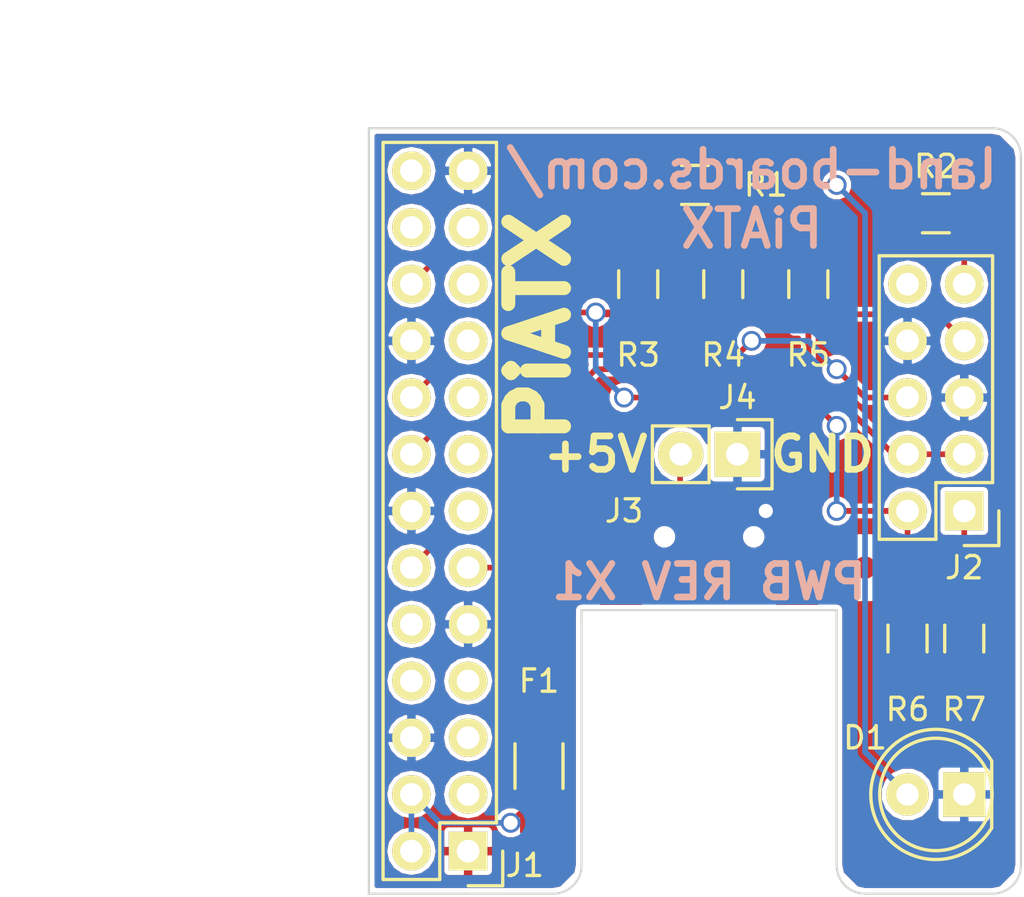
<source format=kicad_pcb>
(kicad_pcb (version 4) (host pcbnew "(after 2015-mar-04 BZR unknown)-product")

  (general
    (links 32)
    (no_connects 0)
    (area -16.889998 -5.39 31.959334 36.641)
    (thickness 1.6)
    (drawings 20)
    (tracks 85)
    (zones 0)
    (modules 15)
    (nets 13)
  )

  (page A)
  (title_block
    (title RasPi-GVS-Plus-CFG)
    (rev X1)
    (company land-boards.com)
  )

  (layers
    (0 F.Cu signal)
    (31 B.Cu signal)
    (36 B.SilkS user)
    (37 F.SilkS user)
    (38 B.Mask user)
    (39 F.Mask user)
    (40 Dwgs.User user)
    (41 Cmts.User user)
    (44 Edge.Cuts user)
  )

  (setup
    (last_trace_width 0.254)
    (user_trace_width 0.2032)
    (user_trace_width 0.635)
    (trace_clearance 0.2032)
    (zone_clearance 0.2032)
    (zone_45_only no)
    (trace_min 0.2032)
    (segment_width 0.2)
    (edge_width 0.1)
    (via_size 0.889)
    (via_drill 0.635)
    (via_min_size 0.889)
    (via_min_drill 0.508)
    (uvia_size 0.508)
    (uvia_drill 0.127)
    (uvias_allowed no)
    (uvia_min_size 0.508)
    (uvia_min_drill 0.127)
    (pcb_text_width 0.3)
    (pcb_text_size 1.5 1.5)
    (mod_edge_width 0.15)
    (mod_text_size 1.27 1.27)
    (mod_text_width 0.254)
    (pad_size 4.2418 4.2418)
    (pad_drill 2.49936)
    (pad_to_mask_clearance 0)
    (aux_axis_origin 0 0)
    (visible_elements 7FFFFF3F)
    (pcbplotparams
      (layerselection 0x010f0_80000001)
      (usegerberextensions false)
      (excludeedgelayer true)
      (linewidth 0.150000)
      (plotframeref false)
      (viasonmask false)
      (mode 1)
      (useauxorigin false)
      (hpglpennumber 1)
      (hpglpenspeed 20)
      (hpglpendiameter 15)
      (hpglpenoverlay 2)
      (psnegative false)
      (psa4output false)
      (plotreference true)
      (plotvalue true)
      (plotinvisibletext false)
      (padsonsilk false)
      (subtractmaskfromsilk false)
      (outputformat 1)
      (mirror false)
      (drillshape 0)
      (scaleselection 1)
      (outputdirectory plots/))
  )

  (net 0 "")
  (net 1 +3V3)
  (net 2 +5V)
  (net 3 GND)
  (net 4 /HD_LED_P)
  (net 5 /FP_PWR_SLP_1)
  (net 6 /FP_PWR_SLP_2)
  (net 7 /PWR_SW_P)
  (net 8 /RST_SW_P)
  (net 9 "Net-(J2-Pad9)")
  (net 10 "Net-(F1-Pad2)")
  (net 11 "Net-(J1-Pad22)")
  (net 12 "Net-(D1-Pad2)")

  (net_class Default "This is the default net class."
    (clearance 0.2032)
    (trace_width 0.254)
    (via_dia 0.889)
    (via_drill 0.635)
    (uvia_dia 0.508)
    (uvia_drill 0.127)
    (add_net +3V3)
    (add_net +5V)
    (add_net /FP_PWR_SLP_1)
    (add_net /FP_PWR_SLP_2)
    (add_net /HD_LED_P)
    (add_net /PWR_SW_P)
    (add_net /RST_SW_P)
    (add_net GND)
    (add_net "Net-(D1-Pad2)")
    (add_net "Net-(F1-Pad2)")
    (add_net "Net-(J1-Pad22)")
    (add_net "Net-(J2-Pad9)")
  )

  (net_class POWER025 ""
    (clearance 0.381)
    (trace_width 0.635)
    (via_dia 0.889)
    (via_drill 0.635)
    (uvia_dia 0.508)
    (uvia_drill 0.127)
  )

  (module DougsNewMods:USB_Micro-B-Wellco-SMT (layer F.Cu) (tedit 5773D330) (tstamp 5772ADB5)
    (at 15.24 17.78)
    (descr "Micro USB Type B Receptacle")
    (tags "USB USB_B USB_micro USB_OTG")
    (path /5772F434)
    (attr smd)
    (fp_text reference J3 (at -3.81 -0.635) (layer F.SilkS)
      (effects (font (size 1 1) (thickness 0.15)))
    )
    (fp_text value USB-MICRO-B (at 0 4.8) (layer Dwgs.User) hide
      (effects (font (size 1 1) (thickness 0.15)))
    )
    (pad 1 smd rect (at -1.3 -0.4) (size 0.4 1.8) (layers F.Cu F.Mask)
      (net 10 "Net-(F1-Pad2)"))
    (pad 2 smd rect (at -0.65 -0.4) (size 0.4 1.8) (layers F.Cu F.Mask))
    (pad 3 smd rect (at 0 -0.4) (size 0.4 1.8) (layers F.Cu F.Mask))
    (pad 4 smd rect (at 0.65 -0.4) (size 0.4 1.8) (layers F.Cu F.Mask))
    (pad 5 smd rect (at 1.3 -0.4) (size 0.4 1.8) (layers F.Cu F.Mask)
      (net 3 GND))
    (pad "" np_thru_hole circle (at -2 0.525 90) (size 0.55 0.55) (drill 0.55) (layers *.Cu *.Mask F.SilkS))
    (pad "" np_thru_hole circle (at 2 0.525 90) (size 0.55 0.55) (drill oval 0.55) (layers *.Cu *.Mask F.SilkS))
    (pad 7 smd rect (at -3.95 2.625 90) (size 1.9 1.9) (layers F.Cu F.Mask))
    (pad 6 smd rect (at 3.95 2.625 90) (size 1.9 1.9) (layers F.Cu F.Mask))
  )

  (module FIDUCIAL (layer F.Cu) (tedit 518BF783) (tstamp 53F20D67)
    (at 8.255 2.54)
    (path /53F2073B)
    (fp_text reference FID1 (at 0 2.3495) (layer F.SilkS) hide
      (effects (font (size 1.27 1.27) (thickness 0.254)))
    )
    (fp_text value CONN_1 (at 0.127 -2.794) (layer F.SilkS) hide
      (effects (font (size 1.016 1.016) (thickness 0.2032)))
    )
    (pad 1 smd circle (at 0 0) (size 1 1) (layers F.Cu F.Mask)
      (solder_mask_margin 1) (clearance 1))
  )

  (module FIDUCIAL (layer F.Cu) (tedit 518BF783) (tstamp 57727737)
    (at 22.225 19.685)
    (path /53F2074A)
    (fp_text reference FID2 (at 0 2.3495) (layer F.SilkS) hide
      (effects (font (size 1.016 1.016) (thickness 0.2032)))
    )
    (fp_text value CONN_1 (at 0.127 -2.794) (layer F.SilkS) hide
      (effects (font (size 1.016 1.016) (thickness 0.2032)))
    )
    (pad 1 smd circle (at 0 0) (size 1 1) (layers F.Cu F.Mask)
      (solder_mask_margin 1) (clearance 1))
  )

  (module Resistors_SMD:R_0805_HandSoldering (layer F.Cu) (tedit 5773D78D) (tstamp 57729A50)
    (at 26.67 22.86 90)
    (descr "Resistor SMD 0805, hand soldering")
    (tags "resistor 0805")
    (path /54848958)
    (attr smd)
    (fp_text reference R7 (at -3.175 0 180) (layer F.SilkS)
      (effects (font (size 1 1) (thickness 0.15)))
    )
    (fp_text value 120 (at 0 2.1 90) (layer F.SilkS) hide
      (effects (font (size 1 1) (thickness 0.15)))
    )
    (fp_line (start -2.4 -1) (end 2.4 -1) (layer F.CrtYd) (width 0.05))
    (fp_line (start -2.4 1) (end 2.4 1) (layer F.CrtYd) (width 0.05))
    (fp_line (start -2.4 -1) (end -2.4 1) (layer F.CrtYd) (width 0.05))
    (fp_line (start 2.4 -1) (end 2.4 1) (layer F.CrtYd) (width 0.05))
    (fp_line (start 0.6 0.875) (end -0.6 0.875) (layer F.SilkS) (width 0.15))
    (fp_line (start -0.6 -0.875) (end 0.6 -0.875) (layer F.SilkS) (width 0.15))
    (pad 1 smd rect (at -1.35 0 90) (size 1.5 1.3) (layers F.Cu F.Mask)
      (net 1 +3V3))
    (pad 2 smd rect (at 1.35 0 90) (size 1.5 1.3) (layers F.Cu F.Mask)
      (net 4 /HD_LED_P))
    (model Resistors_SMD.3dshapes/R_0805_HandSoldering.wrl
      (at (xyz 0 0 0))
      (scale (xyz 1 1 1))
      (rotate (xyz 0 0 0))
    )
  )

  (module Resistors_SMD:R_0805_HandSoldering (layer F.Cu) (tedit 5773D797) (tstamp 57729A5C)
    (at 24.13 22.86 90)
    (descr "Resistor SMD 0805, hand soldering")
    (tags "resistor 0805")
    (path /57729DD7)
    (attr smd)
    (fp_text reference R6 (at -3.175 0 180) (layer F.SilkS)
      (effects (font (size 1 1) (thickness 0.15)))
    )
    (fp_text value 120 (at 0 2.1 180) (layer F.Fab) hide
      (effects (font (size 1 1) (thickness 0.15)))
    )
    (fp_line (start -2.4 -1) (end 2.4 -1) (layer F.CrtYd) (width 0.05))
    (fp_line (start -2.4 1) (end 2.4 1) (layer F.CrtYd) (width 0.05))
    (fp_line (start -2.4 -1) (end -2.4 1) (layer F.CrtYd) (width 0.05))
    (fp_line (start 2.4 -1) (end 2.4 1) (layer F.CrtYd) (width 0.05))
    (fp_line (start 0.6 0.875) (end -0.6 0.875) (layer F.SilkS) (width 0.15))
    (fp_line (start -0.6 -0.875) (end 0.6 -0.875) (layer F.SilkS) (width 0.15))
    (pad 1 smd rect (at -1.35 0 90) (size 1.5 1.3) (layers F.Cu F.Mask)
      (net 1 +3V3))
    (pad 2 smd rect (at 1.35 0 90) (size 1.5 1.3) (layers F.Cu F.Mask)
      (net 5 /FP_PWR_SLP_1))
    (model Resistors_SMD.3dshapes/R_0805_HandSoldering.wrl
      (at (xyz 0 0 0))
      (scale (xyz 1 1 1))
      (rotate (xyz 0 0 0))
    )
  )

  (module Resistors_SMD:R_0805_HandSoldering (layer F.Cu) (tedit 5773D7BE) (tstamp 57729A68)
    (at 12.065 6.985 270)
    (descr "Resistor SMD 0805, hand soldering")
    (tags "resistor 0805")
    (path /5772B8A3)
    (attr smd)
    (fp_text reference R3 (at 3.175 0 360) (layer F.SilkS)
      (effects (font (size 1 1) (thickness 0.15)))
    )
    (fp_text value 120 (at 0 2.1 270) (layer F.Fab) hide
      (effects (font (size 1 1) (thickness 0.15)))
    )
    (fp_line (start -2.4 -1) (end 2.4 -1) (layer F.CrtYd) (width 0.05))
    (fp_line (start -2.4 1) (end 2.4 1) (layer F.CrtYd) (width 0.05))
    (fp_line (start -2.4 -1) (end -2.4 1) (layer F.CrtYd) (width 0.05))
    (fp_line (start 2.4 -1) (end 2.4 1) (layer F.CrtYd) (width 0.05))
    (fp_line (start 0.6 0.875) (end -0.6 0.875) (layer F.SilkS) (width 0.15))
    (fp_line (start -0.6 -0.875) (end 0.6 -0.875) (layer F.SilkS) (width 0.15))
    (pad 1 smd rect (at -1.35 0 270) (size 1.5 1.3) (layers F.Cu F.Mask)
      (net 1 +3V3))
    (pad 2 smd rect (at 1.35 0 270) (size 1.5 1.3) (layers F.Cu F.Mask)
      (net 6 /FP_PWR_SLP_2))
    (model Resistors_SMD.3dshapes/R_0805_HandSoldering.wrl
      (at (xyz 0 0 0))
      (scale (xyz 1 1 1))
      (rotate (xyz 0 0 0))
    )
  )

  (module Resistors_SMD:R_0805_HandSoldering (layer F.Cu) (tedit 5773D7AC) (tstamp 57729A74)
    (at 19.685 6.985 270)
    (descr "Resistor SMD 0805, hand soldering")
    (tags "resistor 0805")
    (path /5772D155)
    (attr smd)
    (fp_text reference R5 (at 3.175 0 360) (layer F.SilkS)
      (effects (font (size 1 1) (thickness 0.15)))
    )
    (fp_text value DNP (at 0 2.1 270) (layer F.Fab) hide
      (effects (font (size 1 1) (thickness 0.15)))
    )
    (fp_line (start -2.4 -1) (end 2.4 -1) (layer F.CrtYd) (width 0.05))
    (fp_line (start -2.4 1) (end 2.4 1) (layer F.CrtYd) (width 0.05))
    (fp_line (start -2.4 -1) (end -2.4 1) (layer F.CrtYd) (width 0.05))
    (fp_line (start 2.4 -1) (end 2.4 1) (layer F.CrtYd) (width 0.05))
    (fp_line (start 0.6 0.875) (end -0.6 0.875) (layer F.SilkS) (width 0.15))
    (fp_line (start -0.6 -0.875) (end 0.6 -0.875) (layer F.SilkS) (width 0.15))
    (pad 1 smd rect (at -1.35 0 270) (size 1.5 1.3) (layers F.Cu F.Mask)
      (net 1 +3V3))
    (pad 2 smd rect (at 1.35 0 270) (size 1.5 1.3) (layers F.Cu F.Mask)
      (net 8 /RST_SW_P))
    (model Resistors_SMD.3dshapes/R_0805_HandSoldering.wrl
      (at (xyz 0 0 0))
      (scale (xyz 1 1 1))
      (rotate (xyz 0 0 0))
    )
  )

  (module Resistors_SMD:R_0805_HandSoldering (layer F.Cu) (tedit 5773D7C7) (tstamp 57729A80)
    (at 25.4 3.81)
    (descr "Resistor SMD 0805, hand soldering")
    (tags "resistor 0805")
    (path /5772CDF7)
    (attr smd)
    (fp_text reference R2 (at 0 -2.1) (layer F.SilkS)
      (effects (font (size 1 1) (thickness 0.15)))
    )
    (fp_text value DNP (at 0 2.1) (layer F.Fab) hide
      (effects (font (size 1 1) (thickness 0.15)))
    )
    (fp_line (start -2.4 -1) (end 2.4 -1) (layer F.CrtYd) (width 0.05))
    (fp_line (start -2.4 1) (end 2.4 1) (layer F.CrtYd) (width 0.05))
    (fp_line (start -2.4 -1) (end -2.4 1) (layer F.CrtYd) (width 0.05))
    (fp_line (start 2.4 -1) (end 2.4 1) (layer F.CrtYd) (width 0.05))
    (fp_line (start 0.6 0.875) (end -0.6 0.875) (layer F.SilkS) (width 0.15))
    (fp_line (start -0.6 -0.875) (end 0.6 -0.875) (layer F.SilkS) (width 0.15))
    (pad 1 smd rect (at -1.35 0) (size 1.5 1.3) (layers F.Cu F.Mask)
      (net 1 +3V3))
    (pad 2 smd rect (at 1.35 0) (size 1.5 1.3) (layers F.Cu F.Mask)
      (net 9 "Net-(J2-Pad9)"))
    (model Resistors_SMD.3dshapes/R_0805_HandSoldering.wrl
      (at (xyz 0 0 0))
      (scale (xyz 1 1 1))
      (rotate (xyz 0 0 0))
    )
  )

  (module Resistors_SMD:R_0805_HandSoldering (layer F.Cu) (tedit 5773D7B5) (tstamp 57729A8C)
    (at 15.875 6.985 270)
    (descr "Resistor SMD 0805, hand soldering")
    (tags "resistor 0805")
    (path /5772C0EC)
    (attr smd)
    (fp_text reference R4 (at 3.175 0 360) (layer F.SilkS)
      (effects (font (size 1 1) (thickness 0.15)))
    )
    (fp_text value 2.2K (at 0 2.1 270) (layer F.Fab) hide
      (effects (font (size 1 1) (thickness 0.15)))
    )
    (fp_line (start -2.4 -1) (end 2.4 -1) (layer F.CrtYd) (width 0.05))
    (fp_line (start -2.4 1) (end 2.4 1) (layer F.CrtYd) (width 0.05))
    (fp_line (start -2.4 -1) (end -2.4 1) (layer F.CrtYd) (width 0.05))
    (fp_line (start 2.4 -1) (end 2.4 1) (layer F.CrtYd) (width 0.05))
    (fp_line (start 0.6 0.875) (end -0.6 0.875) (layer F.SilkS) (width 0.15))
    (fp_line (start -0.6 -0.875) (end 0.6 -0.875) (layer F.SilkS) (width 0.15))
    (pad 1 smd rect (at -1.35 0 270) (size 1.5 1.3) (layers F.Cu F.Mask)
      (net 1 +3V3))
    (pad 2 smd rect (at 1.35 0 270) (size 1.5 1.3) (layers F.Cu F.Mask)
      (net 7 /PWR_SW_P))
    (model Resistors_SMD.3dshapes/R_0805_HandSoldering.wrl
      (at (xyz 0 0 0))
      (scale (xyz 1 1 1))
      (rotate (xyz 0 0 0))
    )
  )

  (module Pin_Headers:Pin_Header_Straight_2x13 (layer F.Cu) (tedit 57729B73) (tstamp 5772A0C5)
    (at 4.445 32.385 180)
    (descr "Through hole pin header")
    (tags "pin header")
    (path /54848B62)
    (fp_text reference J1 (at -2.54 -0.635 180) (layer F.SilkS)
      (effects (font (size 1 1) (thickness 0.15)))
    )
    (fp_text value RASPIO (at 0 -3.1 180) (layer F.SilkS) hide
      (effects (font (size 1 1) (thickness 0.15)))
    )
    (fp_line (start -1.75 -1.75) (end -1.75 32.25) (layer F.CrtYd) (width 0.05))
    (fp_line (start 4.3 -1.75) (end 4.3 32.25) (layer F.CrtYd) (width 0.05))
    (fp_line (start -1.75 -1.75) (end 4.3 -1.75) (layer F.CrtYd) (width 0.05))
    (fp_line (start -1.75 32.25) (end 4.3 32.25) (layer F.CrtYd) (width 0.05))
    (fp_line (start 3.81 -1.27) (end 3.81 31.75) (layer F.SilkS) (width 0.15))
    (fp_line (start -1.27 1.27) (end -1.27 31.75) (layer F.SilkS) (width 0.15))
    (fp_line (start 3.81 31.75) (end -1.27 31.75) (layer F.SilkS) (width 0.15))
    (fp_line (start 3.81 -1.27) (end 1.27 -1.27) (layer F.SilkS) (width 0.15))
    (fp_line (start 0 -1.55) (end -1.55 -1.55) (layer F.SilkS) (width 0.15))
    (fp_line (start 1.27 -1.27) (end 1.27 1.27) (layer F.SilkS) (width 0.15))
    (fp_line (start 1.27 1.27) (end -1.27 1.27) (layer F.SilkS) (width 0.15))
    (fp_line (start -1.55 -1.55) (end -1.55 0) (layer F.SilkS) (width 0.15))
    (pad 1 thru_hole rect (at 0 0 180) (size 1.7272 1.7272) (drill 1.016) (layers *.Cu *.Mask F.SilkS)
      (net 1 +3V3))
    (pad 2 thru_hole oval (at 2.54 0 180) (size 1.7272 1.7272) (drill 1.016) (layers *.Cu *.Mask F.SilkS)
      (net 2 +5V))
    (pad 3 thru_hole oval (at 0 2.54 180) (size 1.7272 1.7272) (drill 1.016) (layers *.Cu *.Mask F.SilkS))
    (pad 4 thru_hole oval (at 2.54 2.54 180) (size 1.7272 1.7272) (drill 1.016) (layers *.Cu *.Mask F.SilkS)
      (net 2 +5V))
    (pad 5 thru_hole oval (at 0 5.08 180) (size 1.7272 1.7272) (drill 1.016) (layers *.Cu *.Mask F.SilkS))
    (pad 6 thru_hole oval (at 2.54 5.08 180) (size 1.7272 1.7272) (drill 1.016) (layers *.Cu *.Mask F.SilkS)
      (net 3 GND))
    (pad 7 thru_hole oval (at 0 7.62 180) (size 1.7272 1.7272) (drill 1.016) (layers *.Cu *.Mask F.SilkS))
    (pad 8 thru_hole oval (at 2.54 7.62 180) (size 1.7272 1.7272) (drill 1.016) (layers *.Cu *.Mask F.SilkS))
    (pad 9 thru_hole oval (at 0 10.16 180) (size 1.7272 1.7272) (drill 1.016) (layers *.Cu *.Mask F.SilkS)
      (net 3 GND))
    (pad 10 thru_hole oval (at 2.54 10.16 180) (size 1.7272 1.7272) (drill 1.016) (layers *.Cu *.Mask F.SilkS))
    (pad 11 thru_hole oval (at 0 12.7 180) (size 1.7272 1.7272) (drill 1.016) (layers *.Cu *.Mask F.SilkS)
      (net 5 /FP_PWR_SLP_1))
    (pad 12 thru_hole oval (at 2.54 12.7 180) (size 1.7272 1.7272) (drill 1.016) (layers *.Cu *.Mask F.SilkS)
      (net 8 /RST_SW_P))
    (pad 13 thru_hole oval (at 0 15.24 180) (size 1.7272 1.7272) (drill 1.016) (layers *.Cu *.Mask F.SilkS))
    (pad 14 thru_hole oval (at 2.54 15.24 180) (size 1.7272 1.7272) (drill 1.016) (layers *.Cu *.Mask F.SilkS)
      (net 3 GND))
    (pad 15 thru_hole oval (at 0 17.78 180) (size 1.7272 1.7272) (drill 1.016) (layers *.Cu *.Mask F.SilkS))
    (pad 16 thru_hole oval (at 2.54 17.78 180) (size 1.7272 1.7272) (drill 1.016) (layers *.Cu *.Mask F.SilkS)
      (net 7 /PWR_SW_P))
    (pad 17 thru_hole oval (at 0 20.32 180) (size 1.7272 1.7272) (drill 1.016) (layers *.Cu *.Mask F.SilkS))
    (pad 18 thru_hole oval (at 2.54 20.32 180) (size 1.7272 1.7272) (drill 1.016) (layers *.Cu *.Mask F.SilkS)
      (net 6 /FP_PWR_SLP_2))
    (pad 19 thru_hole oval (at 0 22.86 180) (size 1.7272 1.7272) (drill 1.016) (layers *.Cu *.Mask F.SilkS))
    (pad 20 thru_hole oval (at 2.54 22.86 180) (size 1.7272 1.7272) (drill 1.016) (layers *.Cu *.Mask F.SilkS)
      (net 3 GND))
    (pad 21 thru_hole oval (at 0 25.4 180) (size 1.7272 1.7272) (drill 1.016) (layers *.Cu *.Mask F.SilkS))
    (pad 22 thru_hole oval (at 2.54 25.4 180) (size 1.7272 1.7272) (drill 1.016) (layers *.Cu *.Mask F.SilkS)
      (net 11 "Net-(J1-Pad22)"))
    (pad 23 thru_hole oval (at 0 27.94 180) (size 1.7272 1.7272) (drill 1.016) (layers *.Cu *.Mask F.SilkS))
    (pad 24 thru_hole oval (at 2.54 27.94 180) (size 1.7272 1.7272) (drill 1.016) (layers *.Cu *.Mask F.SilkS))
    (pad 25 thru_hole oval (at 0 30.48 180) (size 1.7272 1.7272) (drill 1.016) (layers *.Cu *.Mask F.SilkS)
      (net 3 GND))
    (pad 26 thru_hole oval (at 2.54 30.48 180) (size 1.7272 1.7272) (drill 1.016) (layers *.Cu *.Mask F.SilkS))
    (model Pin_Headers.3dshapes/Pin_Header_Straight_2x13.wrl
      (at (xyz 0.05 -0.6 0))
      (scale (xyz 1 1 1))
      (rotate (xyz 0 0 90))
    )
  )

  (module Pin_Headers:Pin_Header_Straight_2x05 (layer F.Cu) (tedit 5772B12E) (tstamp 5772A111)
    (at 26.67 17.145 180)
    (descr "Through hole pin header")
    (tags "pin header")
    (path /57729ACD)
    (fp_text reference J2 (at 0 -2.54 180) (layer F.SilkS)
      (effects (font (size 1 1) (thickness 0.15)))
    )
    (fp_text value CONN_02X05 (at 0 -3.1 180) (layer F.SilkS) hide
      (effects (font (size 1 1) (thickness 0.15)))
    )
    (fp_line (start -1.75 -1.75) (end -1.75 11.95) (layer F.CrtYd) (width 0.05))
    (fp_line (start 4.3 -1.75) (end 4.3 11.95) (layer F.CrtYd) (width 0.05))
    (fp_line (start -1.75 -1.75) (end 4.3 -1.75) (layer F.CrtYd) (width 0.05))
    (fp_line (start -1.75 11.95) (end 4.3 11.95) (layer F.CrtYd) (width 0.05))
    (fp_line (start 3.81 -1.27) (end 3.81 11.43) (layer F.SilkS) (width 0.15))
    (fp_line (start 3.81 11.43) (end -1.27 11.43) (layer F.SilkS) (width 0.15))
    (fp_line (start -1.27 11.43) (end -1.27 1.27) (layer F.SilkS) (width 0.15))
    (fp_line (start 3.81 -1.27) (end 1.27 -1.27) (layer F.SilkS) (width 0.15))
    (fp_line (start 0 -1.55) (end -1.55 -1.55) (layer F.SilkS) (width 0.15))
    (fp_line (start 1.27 -1.27) (end 1.27 1.27) (layer F.SilkS) (width 0.15))
    (fp_line (start 1.27 1.27) (end -1.27 1.27) (layer F.SilkS) (width 0.15))
    (fp_line (start -1.55 -1.55) (end -1.55 0) (layer F.SilkS) (width 0.15))
    (pad 1 thru_hole rect (at 0 0 180) (size 1.7272 1.7272) (drill 1.016) (layers *.Cu *.Mask F.SilkS)
      (net 4 /HD_LED_P))
    (pad 2 thru_hole oval (at 2.54 0 180) (size 1.7272 1.7272) (drill 1.016) (layers *.Cu *.Mask F.SilkS)
      (net 5 /FP_PWR_SLP_1))
    (pad 3 thru_hole oval (at 0 2.54 180) (size 1.7272 1.7272) (drill 1.016) (layers *.Cu *.Mask F.SilkS)
      (net 6 /FP_PWR_SLP_2))
    (pad 4 thru_hole oval (at 2.54 2.54 180) (size 1.7272 1.7272) (drill 1.016) (layers *.Cu *.Mask F.SilkS)
      (net 6 /FP_PWR_SLP_2))
    (pad 5 thru_hole oval (at 0 5.08 180) (size 1.7272 1.7272) (drill 1.016) (layers *.Cu *.Mask F.SilkS)
      (net 3 GND))
    (pad 6 thru_hole oval (at 2.54 5.08 180) (size 1.7272 1.7272) (drill 1.016) (layers *.Cu *.Mask F.SilkS)
      (net 7 /PWR_SW_P))
    (pad 7 thru_hole oval (at 0 7.62 180) (size 1.7272 1.7272) (drill 1.016) (layers *.Cu *.Mask F.SilkS)
      (net 8 /RST_SW_P))
    (pad 8 thru_hole oval (at 2.54 7.62 180) (size 1.7272 1.7272) (drill 1.016) (layers *.Cu *.Mask F.SilkS)
      (net 3 GND))
    (pad 9 thru_hole oval (at 0 10.16 180) (size 1.7272 1.7272) (drill 1.016) (layers *.Cu *.Mask F.SilkS)
      (net 9 "Net-(J2-Pad9)"))
    (pad 10 thru_hole oval (at 2.54 10.16 180) (size 1.7272 1.7272) (drill 1.016) (layers *.Cu *.Mask F.SilkS))
    (model Pin_Headers.3dshapes/Pin_Header_Straight_2x05.wrl
      (at (xyz 0.05 -0.2 0))
      (scale (xyz 1 1 1))
      (rotate (xyz 0 0 90))
    )
  )

  (module Resistors_SMD:R_1206_HandSoldering (layer F.Cu) (tedit 5772D835) (tstamp 5772B3E1)
    (at 7.62 28.575 90)
    (descr "Resistor SMD 1206, hand soldering")
    (tags "resistor 1206")
    (path /5772FC9A)
    (attr smd)
    (fp_text reference F1 (at 3.81 0 180) (layer F.SilkS)
      (effects (font (size 1 1) (thickness 0.15)))
    )
    (fp_text value FUSE (at 0 2.3 90) (layer F.Fab) hide
      (effects (font (size 1 1) (thickness 0.15)))
    )
    (fp_line (start -3.3 -1.2) (end 3.3 -1.2) (layer F.CrtYd) (width 0.05))
    (fp_line (start -3.3 1.2) (end 3.3 1.2) (layer F.CrtYd) (width 0.05))
    (fp_line (start -3.3 -1.2) (end -3.3 1.2) (layer F.CrtYd) (width 0.05))
    (fp_line (start 3.3 -1.2) (end 3.3 1.2) (layer F.CrtYd) (width 0.05))
    (fp_line (start 1 1.075) (end -1 1.075) (layer F.SilkS) (width 0.15))
    (fp_line (start -1 -1.075) (end 1 -1.075) (layer F.SilkS) (width 0.15))
    (pad 1 smd rect (at -2 0 90) (size 2 1.7) (layers F.Cu F.Mask)
      (net 2 +5V))
    (pad 2 smd rect (at 2 0 90) (size 2 1.7) (layers F.Cu F.Mask)
      (net 10 "Net-(F1-Pad2)"))
    (model Resistors_SMD.3dshapes/R_1206_HandSoldering.wrl
      (at (xyz 0 0 0))
      (scale (xyz 1 1 1))
      (rotate (xyz 0 0 0))
    )
  )

  (module LEDs:LED-5MM (layer F.Cu) (tedit 5773CEF6) (tstamp 5772ECC0)
    (at 26.67 29.845 180)
    (descr "LED 5mm round vertical")
    (tags "LED 5mm round vertical")
    (path /5772FA0A)
    (fp_text reference D1 (at 4.445 2.54 180) (layer F.SilkS)
      (effects (font (size 1 1) (thickness 0.15)))
    )
    (fp_text value LED (at 1.524 -3.937 180) (layer F.SilkS) hide
      (effects (font (size 1 1) (thickness 0.15)))
    )
    (fp_line (start -1.5 -1.55) (end -1.5 1.55) (layer F.CrtYd) (width 0.05))
    (fp_arc (start 1.3 0) (end -1.5 1.55) (angle -302) (layer F.CrtYd) (width 0.05))
    (fp_arc (start 1.27 0) (end -1.23 -1.5) (angle 297.5) (layer F.SilkS) (width 0.15))
    (fp_line (start -1.23 1.5) (end -1.23 -1.5) (layer F.SilkS) (width 0.15))
    (fp_circle (center 1.27 0) (end 0.97 -2.5) (layer F.SilkS) (width 0.15))
    (fp_text user K (at -1.905 1.905 180) (layer F.SilkS) hide
      (effects (font (size 1 1) (thickness 0.15)))
    )
    (pad 1 thru_hole rect (at 0 0 270) (size 2 1.9) (drill 1.00076) (layers *.Cu *.Mask F.SilkS)
      (net 3 GND))
    (pad 2 thru_hole circle (at 2.54 0 180) (size 1.9 1.9) (drill 1.00076) (layers *.Cu *.Mask F.SilkS)
      (net 12 "Net-(D1-Pad2)"))
    (model LEDs.3dshapes/LED-5MM.wrl
      (at (xyz 0.05 0 0))
      (scale (xyz 1 1 1))
      (rotate (xyz 0 0 90))
    )
  )

  (module Resistors_SMD:R_0805_HandSoldering (layer F.Cu) (tedit 5773D3F7) (tstamp 5772ECCC)
    (at 14.605 2.54 180)
    (descr "Resistor SMD 0805, hand soldering")
    (tags "resistor 0805")
    (path /5772F818)
    (attr smd)
    (fp_text reference R1 (at -3.175 0 180) (layer F.SilkS)
      (effects (font (size 1 1) (thickness 0.15)))
    )
    (fp_text value 120 (at 0 2.1 180) (layer F.SilkS) hide
      (effects (font (size 1 1) (thickness 0.15)))
    )
    (fp_line (start -2.4 -1) (end 2.4 -1) (layer F.CrtYd) (width 0.05))
    (fp_line (start -2.4 1) (end 2.4 1) (layer F.CrtYd) (width 0.05))
    (fp_line (start -2.4 -1) (end -2.4 1) (layer F.CrtYd) (width 0.05))
    (fp_line (start 2.4 -1) (end 2.4 1) (layer F.CrtYd) (width 0.05))
    (fp_line (start 0.6 0.875) (end -0.6 0.875) (layer F.SilkS) (width 0.15))
    (fp_line (start -0.6 -0.875) (end 0.6 -0.875) (layer F.SilkS) (width 0.15))
    (pad 1 smd rect (at -1.35 0 180) (size 1.5 1.3) (layers F.Cu F.Mask)
      (net 12 "Net-(D1-Pad2)"))
    (pad 2 smd rect (at 1.35 0 180) (size 1.5 1.3) (layers F.Cu F.Mask)
      (net 11 "Net-(J1-Pad22)"))
    (model Resistors_SMD.3dshapes/R_0805_HandSoldering.wrl
      (at (xyz 0 0 0))
      (scale (xyz 1 1 1))
      (rotate (xyz 0 0 0))
    )
  )

  (module Pin_Headers:Pin_Header_Straight_1x02 (layer F.Cu) (tedit 5773D483) (tstamp 5773D407)
    (at 16.51 14.605 270)
    (descr "Through hole pin header")
    (tags "pin header")
    (path /5773D219)
    (fp_text reference J4 (at -2.54 0 360) (layer F.SilkS)
      (effects (font (size 1 1) (thickness 0.15)))
    )
    (fp_text value CONN_01X02 (at 0 -3.1 270) (layer F.SilkS) hide
      (effects (font (size 1 1) (thickness 0.15)))
    )
    (fp_line (start 1.27 1.27) (end 1.27 3.81) (layer F.SilkS) (width 0.15))
    (fp_line (start 1.55 -1.55) (end 1.55 0) (layer F.SilkS) (width 0.15))
    (fp_line (start -1.75 -1.75) (end -1.75 4.3) (layer F.CrtYd) (width 0.05))
    (fp_line (start 1.75 -1.75) (end 1.75 4.3) (layer F.CrtYd) (width 0.05))
    (fp_line (start -1.75 -1.75) (end 1.75 -1.75) (layer F.CrtYd) (width 0.05))
    (fp_line (start -1.75 4.3) (end 1.75 4.3) (layer F.CrtYd) (width 0.05))
    (fp_line (start 1.27 1.27) (end -1.27 1.27) (layer F.SilkS) (width 0.15))
    (fp_line (start -1.55 0) (end -1.55 -1.55) (layer F.SilkS) (width 0.15))
    (fp_line (start -1.55 -1.55) (end 1.55 -1.55) (layer F.SilkS) (width 0.15))
    (fp_line (start -1.27 1.27) (end -1.27 3.81) (layer F.SilkS) (width 0.15))
    (fp_line (start -1.27 3.81) (end 1.27 3.81) (layer F.SilkS) (width 0.15))
    (pad 1 thru_hole rect (at 0 0 270) (size 2.032 2.032) (drill 1.016) (layers *.Cu *.Mask F.SilkS)
      (net 3 GND))
    (pad 2 thru_hole oval (at 0 2.54 270) (size 2.032 2.032) (drill 1.016) (layers *.Cu *.Mask F.SilkS)
      (net 10 "Net-(F1-Pad2)"))
    (model Pin_Headers.3dshapes/Pin_Header_Straight_1x02.wrl
      (at (xyz 0 -0.05 0))
      (scale (xyz 1 1 1))
      (rotate (xyz 0 0 90))
    )
  )

  (gr_text PiATX (at 7.62 8.89 90) (layer F.SilkS)
    (effects (font (size 2.5 2.5) (thickness 0.625)))
  )
  (gr_text GND (at 20.32 14.605) (layer F.SilkS)
    (effects (font (size 1.5 1.5) (thickness 0.3)))
  )
  (gr_text +5V (at 10.16 14.605) (layer F.SilkS)
    (effects (font (size 1.5 1.5) (thickness 0.3)))
  )
  (dimension 29.21 (width 0.3) (layer Dwgs.User)
    (gr_text "29.210 mm" (at 14.605 -3.89) (layer Dwgs.User)
      (effects (font (size 1.5 1.5) (thickness 0.3)))
    )
    (feature1 (pts (xy 29.21 0) (xy 29.21 -5.24)))
    (feature2 (pts (xy 0 0) (xy 0 -5.24)))
    (crossbar (pts (xy 0 -2.54) (xy 29.21 -2.54)))
    (arrow1a (pts (xy 29.21 -2.54) (xy 28.083496 -1.953579)))
    (arrow1b (pts (xy 29.21 -2.54) (xy 28.083496 -3.126421)))
    (arrow2a (pts (xy 0 -2.54) (xy 1.126504 -1.953579)))
    (arrow2b (pts (xy 0 -2.54) (xy 1.126504 -3.126421)))
  )
  (gr_line (start 0 34.29) (end 8.255 34.29) (angle 90) (layer Edge.Cuts) (width 0.1))
  (gr_line (start 9.525 21.59) (end 9.525 22.225) (angle 90) (layer Edge.Cuts) (width 0.1))
  (gr_line (start 9.525 33.02) (end 9.525 21.59) (angle 90) (layer Edge.Cuts) (width 0.1))
  (gr_line (start 20.955 33.02) (end 20.955 21.59) (angle 90) (layer Edge.Cuts) (width 0.1))
  (gr_line (start 27.94 34.29) (end 22.225 34.29) (angle 90) (layer Edge.Cuts) (width 0.1))
  (gr_line (start 29.21 1.27) (end 29.21 33.02) (angle 90) (layer Edge.Cuts) (width 0.1))
  (gr_line (start 27.94 0) (end 0 0) (angle 90) (layer Edge.Cuts) (width 0.1))
  (gr_arc (start 27.94 1.27) (end 27.94 0) (angle 90) (layer Edge.Cuts) (width 0.1))
  (gr_arc (start 8.255 33.02) (end 9.525 33.02) (angle 90) (layer Edge.Cuts) (width 0.1))
  (gr_arc (start 27.94 33.02) (end 29.21 33.02) (angle 90) (layer Edge.Cuts) (width 0.1))
  (gr_arc (start 22.225 33.02) (end 22.225 34.29) (angle 90) (layer Edge.Cuts) (width 0.1))
  (gr_line (start 9.525 21.59) (end 20.955 21.59) (angle 90) (layer Edge.Cuts) (width 0.1))
  (dimension 34.29 (width 0.3) (layer Dwgs.User)
    (gr_text "34.290 mm" (at -10.239999 17.145 270) (layer Dwgs.User)
      (effects (font (size 1.5 1.5) (thickness 0.3)))
    )
    (feature1 (pts (xy 0 34.29) (xy -11.589999 34.29)))
    (feature2 (pts (xy 0 0) (xy -11.589999 0)))
    (crossbar (pts (xy -8.889999 0) (xy -8.889999 34.29)))
    (arrow1a (pts (xy -8.889999 34.29) (xy -9.47642 33.163496)))
    (arrow1b (pts (xy -8.889999 34.29) (xy -8.303578 33.163496)))
    (arrow2a (pts (xy -8.889999 0) (xy -9.47642 1.126504)))
    (arrow2b (pts (xy -8.889999 0) (xy -8.303578 1.126504)))
  )
  (gr_line (start 0 0) (end 0 34.29) (angle 90) (layer Edge.Cuts) (width 0.1))
  (gr_text "PWB REV X1" (at 15.24 20.32) (layer B.SilkS)
    (effects (font (size 1.5 1.5) (thickness 0.3)) (justify mirror))
  )
  (gr_text "land-boards.com/\nPiATX" (at 17.145 3.175) (layer B.SilkS)
    (effects (font (size 1.651 1.55) (thickness 0.3)) (justify mirror))
  )

  (segment (start 1.905 32.385) (end 1.905 29.845) (width 0.254) (layer B.Cu) (net 2) (status 30))
  (segment (start 1.905 29.845) (end 3.175 31.115) (width 0.254) (layer B.Cu) (net 2) (tstamp 5772D816) (status 10))
  (segment (start 3.175 31.115) (end 6.35 31.115) (width 0.254) (layer B.Cu) (net 2) (tstamp 5772D817))
  (via (at 6.35 31.115) (size 0.889) (drill 0.635) (layers F.Cu B.Cu) (net 2))
  (segment (start 6.35 31.115) (end 6.89 30.575) (width 0.254) (layer F.Cu) (net 2) (tstamp 5772D81D) (status 20))
  (segment (start 6.89 30.575) (end 7.62 30.575) (width 0.254) (layer F.Cu) (net 2) (tstamp 5772D81E) (status 30))
  (segment (start 16.54 17.38) (end 17.545 17.38) (width 0.254) (layer F.Cu) (net 3) (status 10))
  (via (at 17.78 17.145) (size 0.889) (drill 0.635) (layers F.Cu B.Cu) (net 3))
  (segment (start 17.545 17.38) (end 17.78 17.145) (width 0.254) (layer F.Cu) (net 3) (tstamp 5772D91A))
  (segment (start 26.67 17.145) (end 26.67 21.51) (width 0.254) (layer F.Cu) (net 4) (status 30))
  (segment (start 24.13 17.145) (end 24.13 21.51) (width 0.254) (layer F.Cu) (net 5) (status 30))
  (segment (start 4.445 19.685) (end 5.715 19.685) (width 0.254) (layer F.Cu) (net 5) (status 10))
  (segment (start 24.13 17.145) (end 20.955 17.145) (width 0.254) (layer F.Cu) (net 5))
  (segment (start 20.955 17.145) (end 24.13 17.145) (width 0.254) (layer F.Cu) (net 5) (tstamp 5773D61C))
  (segment (start 12.7 12.7) (end 20.32 12.7) (width 0.254) (layer F.Cu) (net 5) (tstamp 5773D648))
  (segment (start 20.32 12.7) (end 20.955 13.335) (width 0.254) (layer F.Cu) (net 5) (tstamp 5773D617))
  (via (at 20.955 13.335) (size 0.889) (layers F.Cu B.Cu) (net 5))
  (segment (start 20.955 13.335) (end 20.955 17.145) (width 0.254) (layer B.Cu) (net 5) (tstamp 5773D619))
  (via (at 20.955 17.145) (size 0.889) (layers F.Cu B.Cu) (net 5))
  (segment (start 11.43 13.97) (end 12.7 12.7) (width 0.254) (layer F.Cu) (net 5) (tstamp 5773D643))
  (segment (start 5.715 19.685) (end 11.43 13.97) (width 0.254) (layer F.Cu) (net 5))
  (segment (start 24.05 14.685) (end 24.13 14.605) (width 0.254) (layer F.Cu) (net 6) (tstamp 5772D8FB) (status 30))
  (segment (start 12.7 8.335) (end 12.7 8.89) (width 0.254) (layer F.Cu) (net 6) (status 30))
  (segment (start 11.985 8.255) (end 12.065 8.335) (width 0.254) (layer F.Cu) (net 6) (tstamp 5773D5A4) (status 30))
  (segment (start 3.175 10.795) (end 6.35 10.795) (width 0.254) (layer F.Cu) (net 6) (tstamp 5773D5A1))
  (segment (start 6.35 10.795) (end 8.89 8.255) (width 0.254) (layer F.Cu) (net 6) (tstamp 5773D5A2))
  (segment (start 8.89 8.255) (end 11.985 8.255) (width 0.254) (layer F.Cu) (net 6) (tstamp 5773D5A3) (status 20))
  (segment (start 1.905 12.065) (end 3.175 10.795) (width 0.254) (layer F.Cu) (net 6) (status 10))
  (segment (start 24.13 14.605) (end 26.67 14.605) (width 0.254) (layer F.Cu) (net 6))
  (segment (start 20.955 12.065) (end 11.43 12.065) (width 0.254) (layer F.Cu) (net 6) (tstamp 5773D652))
  (via (at 11.43 12.065) (size 0.889) (layers F.Cu B.Cu) (net 6))
  (segment (start 11.43 12.065) (end 10.16 10.795) (width 0.254) (layer B.Cu) (net 6) (tstamp 5773D659))
  (segment (start 10.16 10.795) (end 10.16 8.255) (width 0.254) (layer B.Cu) (net 6) (tstamp 5773D65A))
  (via (at 10.16 8.255) (size 0.889) (layers F.Cu B.Cu) (net 6))
  (segment (start 10.16 8.255) (end 10.24 8.335) (width 0.254) (layer F.Cu) (net 6) (tstamp 5773D65D))
  (segment (start 10.24 8.335) (end 12.065 8.335) (width 0.254) (layer F.Cu) (net 6) (tstamp 5773D65E))
  (segment (start 23.495 14.605) (end 20.955 12.065) (width 0.254) (layer F.Cu) (net 6) (tstamp 5773D651))
  (segment (start 24.13 14.605) (end 23.495 14.605) (width 0.254) (layer F.Cu) (net 6))
  (segment (start 24.13 12.065) (end 23.495 12.065) (width 0.254) (layer F.Cu) (net 7) (status 30))
  (segment (start 15.24 8.335) (end 15.24 8.89) (width 0.254) (layer F.Cu) (net 7) (status 30))
  (segment (start 15.875 10.16) (end 15.875 8.335) (width 0.254) (layer F.Cu) (net 7) (tstamp 5773D5AB) (status 20))
  (segment (start 8.255 10.16) (end 15.875 10.16) (width 0.254) (layer F.Cu) (net 7) (tstamp 5773D5A9))
  (segment (start 5.08 13.335) (end 8.255 10.16) (width 0.254) (layer F.Cu) (net 7) (tstamp 5773D5A8))
  (segment (start 3.175 13.335) (end 5.08 13.335) (width 0.254) (layer F.Cu) (net 7) (tstamp 5773D5A7))
  (segment (start 1.905 14.605) (end 3.175 13.335) (width 0.254) (layer F.Cu) (net 7) (status 10))
  (segment (start 22.225 12.065) (end 20.955 10.795) (width 0.254) (layer F.Cu) (net 7) (tstamp 5773D62B))
  (via (at 20.955 10.795) (size 0.889) (layers F.Cu B.Cu) (net 7))
  (segment (start 20.955 10.795) (end 19.685 9.525) (width 0.254) (layer B.Cu) (net 7) (tstamp 5773D62F))
  (segment (start 19.685 9.525) (end 17.145 9.525) (width 0.254) (layer B.Cu) (net 7) (tstamp 5773D630))
  (via (at 17.145 9.525) (size 0.889) (layers F.Cu B.Cu) (net 7))
  (segment (start 17.145 9.525) (end 16.51 10.16) (width 0.254) (layer F.Cu) (net 7) (tstamp 5773D633))
  (segment (start 16.51 10.16) (end 15.875 10.16) (width 0.254) (layer F.Cu) (net 7) (tstamp 5773D634))
  (segment (start 24.13 12.065) (end 22.225 12.065) (width 0.254) (layer F.Cu) (net 7))
  (segment (start 5.715 18.415) (end 6.985 17.145) (width 0.254) (layer F.Cu) (net 8) (tstamp 5773D5B9))
  (segment (start 6.985 17.145) (end 6.985 13.97) (width 0.254) (layer F.Cu) (net 8) (tstamp 5773D5BA))
  (segment (start 1.905 19.685) (end 3.175 18.415) (width 0.254) (layer F.Cu) (net 8) (status 10))
  (segment (start 19.685 10.795) (end 19.685 8.335) (width 0.254) (layer F.Cu) (net 8) (tstamp 5773D5D4) (status 20))
  (segment (start 6.985 17.145) (end 6.985 13.97) (width 0.254) (layer F.Cu) (net 8) (tstamp 5773D5CD))
  (segment (start 5.715 18.415) (end 6.985 17.145) (width 0.254) (layer F.Cu) (net 8) (tstamp 5773D5CB))
  (segment (start 3.175 18.415) (end 5.715 18.415) (width 0.254) (layer F.Cu) (net 8))
  (segment (start 19.685 10.795) (end 19.685 8.335) (width 0.254) (layer F.Cu) (net 8) (tstamp 5773D602))
  (segment (start 10.16 10.795) (end 12.7 10.795) (width 0.254) (layer F.Cu) (net 8) (tstamp 5773D600))
  (segment (start 12.7 10.795) (end 19.685 10.795) (width 0.254) (layer F.Cu) (net 8) (tstamp 5773D601))
  (segment (start 6.985 13.97) (end 10.16 10.795) (width 0.254) (layer F.Cu) (net 8))
  (segment (start 22.78 8.335) (end 22.86 8.255) (width 0.254) (layer F.Cu) (net 8) (tstamp 5773D625))
  (segment (start 22.86 8.255) (end 25.4 8.255) (width 0.254) (layer F.Cu) (net 8) (tstamp 5773D626))
  (segment (start 25.4 8.255) (end 26.67 9.525) (width 0.254) (layer F.Cu) (net 8) (tstamp 5773D627))
  (segment (start 19.685 8.335) (end 22.78 8.335) (width 0.254) (layer F.Cu) (net 8))
  (segment (start 26.67 6.985) (end 26.67 3.89) (width 0.254) (layer F.Cu) (net 9) (status 30))
  (segment (start 26.67 3.89) (end 26.75 3.81) (width 0.254) (layer F.Cu) (net 9) (tstamp 5772D8EF) (status 30))
  (segment (start 13.94 14.635) (end 13.97 14.605) (width 0.254) (layer F.Cu) (net 10) (tstamp 5773D5C6) (status 30))
  (segment (start 13.94 17.38) (end 13.94 14.635) (width 0.254) (layer F.Cu) (net 10) (status 30))
  (segment (start 7.62 19.685) (end 9.925 17.38) (width 0.254) (layer F.Cu) (net 10) (tstamp 5773D683))
  (segment (start 9.925 17.38) (end 13.94 17.38) (width 0.254) (layer F.Cu) (net 10) (tstamp 5773D685))
  (segment (start 7.62 26.575) (end 7.62 19.685) (width 0.254) (layer F.Cu) (net 10))
  (segment (start 12.7 2.54) (end 13.255 2.54) (width 0.254) (layer F.Cu) (net 11) (tstamp 5772ED3D) (status 30))
  (segment (start 1.905 6.985) (end 3.175 5.715) (width 0.254) (layer F.Cu) (net 11) (status 10))
  (segment (start 8.89 5.715) (end 12.065 2.54) (width 0.254) (layer F.Cu) (net 11) (tstamp 5773D49A))
  (segment (start 12.065 2.54) (end 13.255 2.54) (width 0.254) (layer F.Cu) (net 11) (tstamp 5773D49C) (status 20))
  (segment (start 3.175 5.715) (end 8.89 5.715) (width 0.254) (layer F.Cu) (net 11))
  (segment (start 22.225 27.94) (end 24.13 29.845) (width 0.254) (layer B.Cu) (net 12) (tstamp 5772ED2E) (status 20))
  (via (at 20.955 2.54) (size 0.889) (layers F.Cu B.Cu) (net 12))
  (segment (start 20.955 2.54) (end 22.225 3.81) (width 0.254) (layer B.Cu) (net 12) (tstamp 5773D4A2))
  (segment (start 22.225 3.81) (end 22.225 27.94) (width 0.254) (layer B.Cu) (net 12) (tstamp 5773D4A3))
  (segment (start 15.955 2.54) (end 20.955 2.54) (width 0.254) (layer F.Cu) (net 12) (status 10))

  (zone (net 3) (net_name GND) (layer B.Cu) (tstamp 5772B61C) (hatch edge 0.508)
    (connect_pads (clearance 0.2032))
    (min_thickness 0.2032)
    (fill yes (arc_segments 16) (thermal_gap 0.2032) (thermal_bridge_width 0.381))
    (polygon
      (pts
        (xy 0 0) (xy 27.94 0) (xy 29.21 1.27) (xy 29.21 33.02) (xy 27.94 34.29)
        (xy 22.225 34.29) (xy 20.955 33.02) (xy 20.955 21.59) (xy 9.525 21.59) (xy 9.525 33.02)
        (xy 8.255 34.29) (xy 0 34.29)
      )
    )
    (filled_polygon
      (pts
        (xy 28.8552 32.985053) (xy 28.794101 33.292214) (xy 28.212214 33.874101) (xy 27.9248 33.931272) (xy 27.9248 30.905628)
        (xy 27.9248 30.0101) (xy 27.9248 29.6799) (xy 27.9248 28.784372) (xy 27.878397 28.672345) (xy 27.86129 28.655237)
        (xy 27.86129 14.605) (xy 27.86129 9.525) (xy 27.86129 6.985) (xy 27.772351 6.537873) (xy 27.519074 6.158816)
        (xy 27.140017 5.905539) (xy 26.69289 5.8166) (xy 26.64711 5.8166) (xy 26.199983 5.905539) (xy 25.820926 6.158816)
        (xy 25.567649 6.537873) (xy 25.47871 6.985) (xy 25.567649 7.432127) (xy 25.820926 7.811184) (xy 26.199983 8.064461)
        (xy 26.64711 8.1534) (xy 26.69289 8.1534) (xy 27.140017 8.064461) (xy 27.519074 7.811184) (xy 27.772351 7.432127)
        (xy 27.86129 6.985) (xy 27.86129 9.525) (xy 27.772351 9.077873) (xy 27.519074 8.698816) (xy 27.140017 8.445539)
        (xy 26.69289 8.3566) (xy 26.64711 8.3566) (xy 26.199983 8.445539) (xy 25.820926 8.698816) (xy 25.567649 9.077873)
        (xy 25.47871 9.525) (xy 25.567649 9.972127) (xy 25.820926 10.351184) (xy 26.199983 10.604461) (xy 26.64711 10.6934)
        (xy 26.69289 10.6934) (xy 27.140017 10.604461) (xy 27.519074 10.351184) (xy 27.772351 9.972127) (xy 27.86129 9.525)
        (xy 27.86129 14.605) (xy 27.806763 14.330873) (xy 27.806763 12.335054) (xy 27.806763 11.794946) (xy 27.664777 11.452138)
        (xy 27.354522 11.118105) (xy 26.940055 10.928228) (xy 26.7589 10.976178) (xy 26.7589 11.9761) (xy 27.758576 11.9761)
        (xy 27.806763 11.794946) (xy 27.806763 12.335054) (xy 27.758576 12.1539) (xy 26.7589 12.1539) (xy 26.7589 13.153822)
        (xy 26.940055 13.201772) (xy 27.354522 13.011895) (xy 27.664777 12.677862) (xy 27.806763 12.335054) (xy 27.806763 14.330873)
        (xy 27.772351 14.157873) (xy 27.519074 13.778816) (xy 27.140017 13.525539) (xy 26.69289 13.4366) (xy 26.64711 13.4366)
        (xy 26.5811 13.44973) (xy 26.5811 13.153822) (xy 26.5811 12.1539) (xy 26.5811 11.9761) (xy 26.5811 10.976178)
        (xy 26.399945 10.928228) (xy 25.985478 11.118105) (xy 25.675223 11.452138) (xy 25.533237 11.794946) (xy 25.581424 11.9761)
        (xy 26.5811 11.9761) (xy 26.5811 12.1539) (xy 25.581424 12.1539) (xy 25.533237 12.335054) (xy 25.675223 12.677862)
        (xy 25.985478 13.011895) (xy 26.399945 13.201772) (xy 26.5811 13.153822) (xy 26.5811 13.44973) (xy 26.199983 13.525539)
        (xy 25.820926 13.778816) (xy 25.567649 14.157873) (xy 25.47871 14.605) (xy 25.567649 15.052127) (xy 25.820926 15.431184)
        (xy 26.199983 15.684461) (xy 26.64711 15.7734) (xy 26.69289 15.7734) (xy 27.140017 15.684461) (xy 27.519074 15.431184)
        (xy 27.772351 15.052127) (xy 27.86129 14.605) (xy 27.86129 28.655237) (xy 27.844371 28.638318) (xy 27.844371 18.0086)
        (xy 27.844371 16.2814) (xy 27.821822 16.165181) (xy 27.754723 16.063035) (xy 27.653427 15.994659) (xy 27.5336 15.970629)
        (xy 25.8064 15.970629) (xy 25.690181 15.993178) (xy 25.588035 16.060277) (xy 25.519659 16.161573) (xy 25.495629 16.2814)
        (xy 25.495629 18.0086) (xy 25.518178 18.124819) (xy 25.585277 18.226965) (xy 25.686573 18.295341) (xy 25.8064 18.319371)
        (xy 27.5336 18.319371) (xy 27.649819 18.296822) (xy 27.751965 18.229723) (xy 27.820341 18.128427) (xy 27.844371 18.0086)
        (xy 27.844371 28.638318) (xy 27.792656 28.586603) (xy 27.680629 28.5402) (xy 27.559372 28.5402) (xy 26.8351 28.5402)
        (xy 26.7589 28.6164) (xy 26.7589 29.7561) (xy 27.8486 29.7561) (xy 27.9248 29.6799) (xy 27.9248 30.0101)
        (xy 27.8486 29.9339) (xy 26.7589 29.9339) (xy 26.7589 31.0736) (xy 26.8351 31.1498) (xy 27.559372 31.1498)
        (xy 27.680629 31.1498) (xy 27.792656 31.103397) (xy 27.878397 31.017655) (xy 27.9248 30.905628) (xy 27.9248 33.931272)
        (xy 27.905053 33.9352) (xy 26.5811 33.9352) (xy 26.5811 31.0736) (xy 26.5811 29.9339) (xy 26.5811 29.7561)
        (xy 26.5811 28.6164) (xy 26.5049 28.5402) (xy 25.780628 28.5402) (xy 25.659371 28.5402) (xy 25.547344 28.586603)
        (xy 25.461603 28.672345) (xy 25.4152 28.784372) (xy 25.4152 29.6799) (xy 25.4914 29.7561) (xy 26.5811 29.7561)
        (xy 26.5811 29.9339) (xy 25.4914 29.9339) (xy 25.4152 30.0101) (xy 25.4152 30.905628) (xy 25.461603 31.017655)
        (xy 25.547344 31.103397) (xy 25.659371 31.1498) (xy 25.780628 31.1498) (xy 26.5049 31.1498) (xy 26.5811 31.0736)
        (xy 26.5811 33.9352) (xy 25.385017 33.9352) (xy 25.385017 29.5965) (xy 25.32129 29.442268) (xy 25.32129 17.145)
        (xy 25.32129 14.605) (xy 25.32129 12.065) (xy 25.32129 6.985) (xy 25.232351 6.537873) (xy 24.979074 6.158816)
        (xy 24.600017 5.905539) (xy 24.15289 5.8166) (xy 24.10711 5.8166) (xy 23.659983 5.905539) (xy 23.280926 6.158816)
        (xy 23.027649 6.537873) (xy 22.93871 6.985) (xy 23.027649 7.432127) (xy 23.280926 7.811184) (xy 23.659983 8.064461)
        (xy 24.10711 8.1534) (xy 24.15289 8.1534) (xy 24.600017 8.064461) (xy 24.979074 7.811184) (xy 25.232351 7.432127)
        (xy 25.32129 6.985) (xy 25.32129 12.065) (xy 25.266763 11.790873) (xy 25.266763 9.795054) (xy 25.266763 9.254946)
        (xy 25.124777 8.912138) (xy 24.814522 8.578105) (xy 24.400055 8.388228) (xy 24.2189 8.436178) (xy 24.2189 9.4361)
        (xy 25.218576 9.4361) (xy 25.266763 9.254946) (xy 25.266763 9.795054) (xy 25.218576 9.6139) (xy 24.2189 9.6139)
        (xy 24.2189 10.613822) (xy 24.400055 10.661772) (xy 24.814522 10.471895) (xy 25.124777 10.137862) (xy 25.266763 9.795054)
        (xy 25.266763 11.790873) (xy 25.232351 11.617873) (xy 24.979074 11.238816) (xy 24.600017 10.985539) (xy 24.15289 10.8966)
        (xy 24.10711 10.8966) (xy 24.0411 10.90973) (xy 24.0411 10.613822) (xy 24.0411 9.6139) (xy 24.0411 9.4361)
        (xy 24.0411 8.436178) (xy 23.859945 8.388228) (xy 23.445478 8.578105) (xy 23.135223 8.912138) (xy 22.993237 9.254946)
        (xy 23.041424 9.4361) (xy 24.0411 9.4361) (xy 24.0411 9.6139) (xy 23.041424 9.6139) (xy 22.993237 9.795054)
        (xy 23.135223 10.137862) (xy 23.445478 10.471895) (xy 23.859945 10.661772) (xy 24.0411 10.613822) (xy 24.0411 10.90973)
        (xy 23.659983 10.985539) (xy 23.280926 11.238816) (xy 23.027649 11.617873) (xy 22.93871 12.065) (xy 23.027649 12.512127)
        (xy 23.280926 12.891184) (xy 23.659983 13.144461) (xy 24.10711 13.2334) (xy 24.15289 13.2334) (xy 24.600017 13.144461)
        (xy 24.979074 12.891184) (xy 25.232351 12.512127) (xy 25.32129 12.065) (xy 25.32129 14.605) (xy 25.232351 14.157873)
        (xy 24.979074 13.778816) (xy 24.600017 13.525539) (xy 24.15289 13.4366) (xy 24.10711 13.4366) (xy 23.659983 13.525539)
        (xy 23.280926 13.778816) (xy 23.027649 14.157873) (xy 22.93871 14.605) (xy 23.027649 15.052127) (xy 23.280926 15.431184)
        (xy 23.659983 15.684461) (xy 24.10711 15.7734) (xy 24.15289 15.7734) (xy 24.600017 15.684461) (xy 24.979074 15.431184)
        (xy 25.232351 15.052127) (xy 25.32129 14.605) (xy 25.32129 17.145) (xy 25.232351 16.697873) (xy 24.979074 16.318816)
        (xy 24.600017 16.065539) (xy 24.15289 15.9766) (xy 24.10711 15.9766) (xy 23.659983 16.065539) (xy 23.280926 16.318816)
        (xy 23.027649 16.697873) (xy 22.93871 17.145) (xy 23.027649 17.592127) (xy 23.280926 17.971184) (xy 23.659983 18.224461)
        (xy 24.10711 18.3134) (xy 24.15289 18.3134) (xy 24.600017 18.224461) (xy 24.979074 17.971184) (xy 25.232351 17.592127)
        (xy 25.32129 17.145) (xy 25.32129 29.442268) (xy 25.194388 29.135141) (xy 24.841715 28.781853) (xy 24.38069 28.590418)
        (xy 23.8815 28.589983) (xy 23.601382 28.705724) (xy 22.6568 27.761142) (xy 22.6568 3.81) (xy 22.623931 3.644757)
        (xy 22.530329 3.504671) (xy 21.704179 2.678521) (xy 21.70443 2.391609) (xy 21.590596 2.11611) (xy 21.379999 1.905144)
        (xy 21.104699 1.79083) (xy 20.806609 1.79057) (xy 20.53111 1.904404) (xy 20.320144 2.115001) (xy 20.20583 2.390301)
        (xy 20.20557 2.688391) (xy 20.319404 2.96389) (xy 20.530001 3.174856) (xy 20.805301 3.28917) (xy 21.093763 3.289421)
        (xy 21.7932 3.988858) (xy 21.7932 27.94) (xy 21.826069 28.105243) (xy 21.919671 28.245329) (xy 22.990794 29.316452)
        (xy 22.875418 29.59431) (xy 22.874983 30.0935) (xy 23.065612 30.554859) (xy 23.418285 30.908147) (xy 23.87931 31.099582)
        (xy 24.3785 31.100017) (xy 24.839859 30.909388) (xy 25.193147 30.556715) (xy 25.384582 30.09569) (xy 25.385017 29.5965)
        (xy 25.385017 33.9352) (xy 22.259946 33.9352) (xy 21.952785 33.874101) (xy 21.70443 33.625746) (xy 21.70443 16.996609)
        (xy 21.590596 16.72111) (xy 21.3868 16.516956) (xy 21.3868 13.962699) (xy 21.589856 13.759999) (xy 21.70417 13.484699)
        (xy 21.70443 13.186609) (xy 21.70443 10.646609) (xy 21.590596 10.37111) (xy 21.379999 10.160144) (xy 21.104699 10.04583)
        (xy 20.816236 10.045578) (xy 19.990329 9.219671) (xy 19.850243 9.126069) (xy 19.685 9.0932) (xy 17.772699 9.0932)
        (xy 17.569999 8.890144) (xy 17.294699 8.77583) (xy 16.996609 8.77557) (xy 16.72111 8.889404) (xy 16.510144 9.100001)
        (xy 16.39583 9.375301) (xy 16.39557 9.673391) (xy 16.509404 9.94889) (xy 16.720001 10.159856) (xy 16.995301 10.27417)
        (xy 17.293391 10.27443) (xy 17.56889 10.160596) (xy 17.773043 9.9568) (xy 19.506142 9.9568) (xy 20.20582 10.656478)
        (xy 20.20557 10.943391) (xy 20.319404 11.21889) (xy 20.530001 11.429856) (xy 20.805301 11.54417) (xy 21.103391 11.54443)
        (xy 21.37889 11.430596) (xy 21.589856 11.219999) (xy 21.70417 10.944699) (xy 21.70443 10.646609) (xy 21.70443 13.186609)
        (xy 21.590596 12.91111) (xy 21.379999 12.700144) (xy 21.104699 12.58583) (xy 20.806609 12.58557) (xy 20.53111 12.699404)
        (xy 20.320144 12.910001) (xy 20.20583 13.185301) (xy 20.20557 13.483391) (xy 20.319404 13.75889) (xy 20.5232 13.963043)
        (xy 20.5232 16.5173) (xy 20.320144 16.720001) (xy 20.20583 16.995301) (xy 20.20557 17.293391) (xy 20.319404 17.56889)
        (xy 20.530001 17.779856) (xy 20.805301 17.89417) (xy 21.103391 17.89443) (xy 21.37889 17.780596) (xy 21.589856 17.569999)
        (xy 21.70417 17.294699) (xy 21.70443 16.996609) (xy 21.70443 33.625746) (xy 21.370898 33.292214) (xy 21.3098 32.985053)
        (xy 21.3098 21.59) (xy 21.282792 21.454224) (xy 21.205881 21.339119) (xy 21.090776 21.262208) (xy 20.955 21.2352)
        (xy 17.8308 21.2352) (xy 17.8308 15.681628) (xy 17.8308 14.7701) (xy 17.8308 14.4399) (xy 17.8308 13.528372)
        (xy 17.784397 13.416345) (xy 17.698656 13.330603) (xy 17.586629 13.2842) (xy 17.465372 13.2842) (xy 16.6751 13.2842)
        (xy 16.5989 13.3604) (xy 16.5989 14.5161) (xy 17.7546 14.5161) (xy 17.8308 14.4399) (xy 17.8308 14.7701)
        (xy 17.7546 14.6939) (xy 16.5989 14.6939) (xy 16.5989 15.8496) (xy 16.6751 15.9258) (xy 17.465372 15.9258)
        (xy 17.586629 15.9258) (xy 17.698656 15.879397) (xy 17.784397 15.793655) (xy 17.8308 15.681628) (xy 17.8308 21.2352)
        (xy 17.8199 21.2352) (xy 17.8199 18.190177) (xy 17.731817 17.976999) (xy 17.568859 17.813756) (xy 17.355835 17.725301)
        (xy 17.125177 17.7251) (xy 16.911999 17.813183) (xy 16.748756 17.976141) (xy 16.660301 18.189165) (xy 16.6601 18.419823)
        (xy 16.748183 18.633001) (xy 16.911141 18.796244) (xy 17.124165 18.884699) (xy 17.354823 18.8849) (xy 17.568001 18.796817)
        (xy 17.731244 18.633859) (xy 17.819699 18.420835) (xy 17.8199 18.190177) (xy 17.8199 21.2352) (xy 16.4211 21.2352)
        (xy 16.4211 15.8496) (xy 16.4211 14.6939) (xy 16.4011 14.6939) (xy 16.4011 14.5161) (xy 16.4211 14.5161)
        (xy 16.4211 13.3604) (xy 16.3449 13.2842) (xy 15.554628 13.2842) (xy 15.433371 13.2842) (xy 15.321344 13.330603)
        (xy 15.235603 13.416345) (xy 15.1892 13.528372) (xy 15.1892 14.072089) (xy 14.903947 13.645177) (xy 14.475448 13.358864)
        (xy 13.97 13.258324) (xy 13.464552 13.358864) (xy 13.036053 13.645177) (xy 12.74974 14.073676) (xy 12.6492 14.579124)
        (xy 12.6492 14.630876) (xy 12.74974 15.136324) (xy 13.036053 15.564823) (xy 13.464552 15.851136) (xy 13.97 15.951676)
        (xy 14.475448 15.851136) (xy 14.903947 15.564823) (xy 15.1892 15.13791) (xy 15.1892 15.681628) (xy 15.235603 15.793655)
        (xy 15.321344 15.879397) (xy 15.433371 15.9258) (xy 15.554628 15.9258) (xy 16.3449 15.9258) (xy 16.4211 15.8496)
        (xy 16.4211 21.2352) (xy 13.8199 21.2352) (xy 13.8199 18.190177) (xy 13.731817 17.976999) (xy 13.568859 17.813756)
        (xy 13.355835 17.725301) (xy 13.125177 17.7251) (xy 12.911999 17.813183) (xy 12.748756 17.976141) (xy 12.660301 18.189165)
        (xy 12.6601 18.419823) (xy 12.748183 18.633001) (xy 12.911141 18.796244) (xy 13.124165 18.884699) (xy 13.354823 18.8849)
        (xy 13.568001 18.796817) (xy 13.731244 18.633859) (xy 13.819699 18.420835) (xy 13.8199 18.190177) (xy 13.8199 21.2352)
        (xy 12.17943 21.2352) (xy 12.17943 11.916609) (xy 12.065596 11.64111) (xy 11.854999 11.430144) (xy 11.579699 11.31583)
        (xy 11.291236 11.315578) (xy 10.5918 10.616142) (xy 10.5918 8.882699) (xy 10.794856 8.679999) (xy 10.90917 8.404699)
        (xy 10.90943 8.106609) (xy 10.795596 7.83111) (xy 10.584999 7.620144) (xy 10.309699 7.50583) (xy 10.011609 7.50557)
        (xy 9.73611 7.619404) (xy 9.525144 7.830001) (xy 9.41083 8.105301) (xy 9.41057 8.403391) (xy 9.524404 8.67889)
        (xy 9.7282 8.883043) (xy 9.7282 10.795) (xy 9.761069 10.960243) (xy 9.854671 11.100329) (xy 10.68082 11.926478)
        (xy 10.68057 12.213391) (xy 10.794404 12.48889) (xy 11.005001 12.699856) (xy 11.280301 12.81417) (xy 11.578391 12.81443)
        (xy 11.85389 12.700596) (xy 12.064856 12.489999) (xy 12.17917 12.214699) (xy 12.17943 11.916609) (xy 12.17943 21.2352)
        (xy 9.525 21.2352) (xy 9.389224 21.262208) (xy 9.274119 21.339119) (xy 9.197208 21.454224) (xy 9.1702 21.59)
        (xy 9.1702 22.225) (xy 9.1702 32.985053) (xy 9.109101 33.292214) (xy 8.527214 33.874101) (xy 8.220053 33.9352)
        (xy 7.09943 33.9352) (xy 7.09943 30.966609) (xy 6.985596 30.69111) (xy 6.774999 30.480144) (xy 6.499699 30.36583)
        (xy 6.201609 30.36557) (xy 5.92611 30.479404) (xy 5.721956 30.6832) (xy 5.27609 30.6832) (xy 5.294074 30.671184)
        (xy 5.547351 30.292127) (xy 5.63629 29.845) (xy 5.63629 27.305) (xy 5.63629 24.765) (xy 5.63629 19.685)
        (xy 5.63629 17.145) (xy 5.63629 14.605) (xy 5.63629 12.065) (xy 5.63629 9.525) (xy 5.63629 6.985)
        (xy 5.63629 4.445) (xy 5.581763 4.170873) (xy 5.581763 2.175054) (xy 5.581763 1.634946) (xy 5.439777 1.292138)
        (xy 5.129522 0.958105) (xy 4.715055 0.768228) (xy 4.5339 0.816178) (xy 4.5339 1.8161) (xy 5.533576 1.8161)
        (xy 5.581763 1.634946) (xy 5.581763 2.175054) (xy 5.533576 1.9939) (xy 4.5339 1.9939) (xy 4.5339 2.993822)
        (xy 4.715055 3.041772) (xy 5.129522 2.851895) (xy 5.439777 2.517862) (xy 5.581763 2.175054) (xy 5.581763 4.170873)
        (xy 5.547351 3.997873) (xy 5.294074 3.618816) (xy 4.915017 3.365539) (xy 4.46789 3.2766) (xy 4.42211 3.2766)
        (xy 4.3561 3.28973) (xy 4.3561 2.993822) (xy 4.3561 1.9939) (xy 4.3561 1.8161) (xy 4.3561 0.816178)
        (xy 4.174945 0.768228) (xy 3.760478 0.958105) (xy 3.450223 1.292138) (xy 3.308237 1.634946) (xy 3.356424 1.8161)
        (xy 4.3561 1.8161) (xy 4.3561 1.9939) (xy 3.356424 1.9939) (xy 3.308237 2.175054) (xy 3.450223 2.517862)
        (xy 3.760478 2.851895) (xy 4.174945 3.041772) (xy 4.3561 2.993822) (xy 4.3561 3.28973) (xy 3.974983 3.365539)
        (xy 3.595926 3.618816) (xy 3.342649 3.997873) (xy 3.25371 4.445) (xy 3.342649 4.892127) (xy 3.595926 5.271184)
        (xy 3.974983 5.524461) (xy 4.42211 5.6134) (xy 4.46789 5.6134) (xy 4.915017 5.524461) (xy 5.294074 5.271184)
        (xy 5.547351 4.892127) (xy 5.63629 4.445) (xy 5.63629 6.985) (xy 5.547351 6.537873) (xy 5.294074 6.158816)
        (xy 4.915017 5.905539) (xy 4.46789 5.8166) (xy 4.42211 5.8166) (xy 3.974983 5.905539) (xy 3.595926 6.158816)
        (xy 3.342649 6.537873) (xy 3.25371 6.985) (xy 3.342649 7.432127) (xy 3.595926 7.811184) (xy 3.974983 8.064461)
        (xy 4.42211 8.1534) (xy 4.46789 8.1534) (xy 4.915017 8.064461) (xy 5.294074 7.811184) (xy 5.547351 7.432127)
        (xy 5.63629 6.985) (xy 5.63629 9.525) (xy 5.547351 9.077873) (xy 5.294074 8.698816) (xy 4.915017 8.445539)
        (xy 4.46789 8.3566) (xy 4.42211 8.3566) (xy 3.974983 8.445539) (xy 3.595926 8.698816) (xy 3.342649 9.077873)
        (xy 3.25371 9.525) (xy 3.342649 9.972127) (xy 3.595926 10.351184) (xy 3.974983 10.604461) (xy 4.42211 10.6934)
        (xy 4.46789 10.6934) (xy 4.915017 10.604461) (xy 5.294074 10.351184) (xy 5.547351 9.972127) (xy 5.63629 9.525)
        (xy 5.63629 12.065) (xy 5.547351 11.617873) (xy 5.294074 11.238816) (xy 4.915017 10.985539) (xy 4.46789 10.8966)
        (xy 4.42211 10.8966) (xy 3.974983 10.985539) (xy 3.595926 11.238816) (xy 3.342649 11.617873) (xy 3.25371 12.065)
        (xy 3.342649 12.512127) (xy 3.595926 12.891184) (xy 3.974983 13.144461) (xy 4.42211 13.2334) (xy 4.46789 13.2334)
        (xy 4.915017 13.144461) (xy 5.294074 12.891184) (xy 5.547351 12.512127) (xy 5.63629 12.065) (xy 5.63629 14.605)
        (xy 5.547351 14.157873) (xy 5.294074 13.778816) (xy 4.915017 13.525539) (xy 4.46789 13.4366) (xy 4.42211 13.4366)
        (xy 3.974983 13.525539) (xy 3.595926 13.778816) (xy 3.342649 14.157873) (xy 3.25371 14.605) (xy 3.342649 15.052127)
        (xy 3.595926 15.431184) (xy 3.974983 15.684461) (xy 4.42211 15.7734) (xy 4.46789 15.7734) (xy 4.915017 15.684461)
        (xy 5.294074 15.431184) (xy 5.547351 15.052127) (xy 5.63629 14.605) (xy 5.63629 17.145) (xy 5.547351 16.697873)
        (xy 5.294074 16.318816) (xy 4.915017 16.065539) (xy 4.46789 15.9766) (xy 4.42211 15.9766) (xy 3.974983 16.065539)
        (xy 3.595926 16.318816) (xy 3.342649 16.697873) (xy 3.25371 17.145) (xy 3.342649 17.592127) (xy 3.595926 17.971184)
        (xy 3.974983 18.224461) (xy 4.42211 18.3134) (xy 4.46789 18.3134) (xy 4.915017 18.224461) (xy 5.294074 17.971184)
        (xy 5.547351 17.592127) (xy 5.63629 17.145) (xy 5.63629 19.685) (xy 5.547351 19.237873) (xy 5.294074 18.858816)
        (xy 4.915017 18.605539) (xy 4.46789 18.5166) (xy 4.42211 18.5166) (xy 3.974983 18.605539) (xy 3.595926 18.858816)
        (xy 3.342649 19.237873) (xy 3.25371 19.685) (xy 3.342649 20.132127) (xy 3.595926 20.511184) (xy 3.974983 20.764461)
        (xy 4.42211 20.8534) (xy 4.46789 20.8534) (xy 4.915017 20.764461) (xy 5.294074 20.511184) (xy 5.547351 20.132127)
        (xy 5.63629 19.685) (xy 5.63629 24.765) (xy 5.581763 24.490873) (xy 5.581763 22.495054) (xy 5.581763 21.954946)
        (xy 5.439777 21.612138) (xy 5.129522 21.278105) (xy 4.715055 21.088228) (xy 4.5339 21.136178) (xy 4.5339 22.1361)
        (xy 5.533576 22.1361) (xy 5.581763 21.954946) (xy 5.581763 22.495054) (xy 5.533576 22.3139) (xy 4.5339 22.3139)
        (xy 4.5339 23.313822) (xy 4.715055 23.361772) (xy 5.129522 23.171895) (xy 5.439777 22.837862) (xy 5.581763 22.495054)
        (xy 5.581763 24.490873) (xy 5.547351 24.317873) (xy 5.294074 23.938816) (xy 4.915017 23.685539) (xy 4.46789 23.5966)
        (xy 4.42211 23.5966) (xy 4.3561 23.60973) (xy 4.3561 23.313822) (xy 4.3561 22.3139) (xy 4.3561 22.1361)
        (xy 4.3561 21.136178) (xy 4.174945 21.088228) (xy 3.760478 21.278105) (xy 3.450223 21.612138) (xy 3.308237 21.954946)
        (xy 3.356424 22.1361) (xy 4.3561 22.1361) (xy 4.3561 22.3139) (xy 3.356424 22.3139) (xy 3.308237 22.495054)
        (xy 3.450223 22.837862) (xy 3.760478 23.171895) (xy 4.174945 23.361772) (xy 4.3561 23.313822) (xy 4.3561 23.60973)
        (xy 3.974983 23.685539) (xy 3.595926 23.938816) (xy 3.342649 24.317873) (xy 3.25371 24.765) (xy 3.342649 25.212127)
        (xy 3.595926 25.591184) (xy 3.974983 25.844461) (xy 4.42211 25.9334) (xy 4.46789 25.9334) (xy 4.915017 25.844461)
        (xy 5.294074 25.591184) (xy 5.547351 25.212127) (xy 5.63629 24.765) (xy 5.63629 27.305) (xy 5.547351 26.857873)
        (xy 5.294074 26.478816) (xy 4.915017 26.225539) (xy 4.46789 26.1366) (xy 4.42211 26.1366) (xy 3.974983 26.225539)
        (xy 3.595926 26.478816) (xy 3.342649 26.857873) (xy 3.25371 27.305) (xy 3.342649 27.752127) (xy 3.595926 28.131184)
        (xy 3.974983 28.384461) (xy 4.42211 28.4734) (xy 4.46789 28.4734) (xy 4.915017 28.384461) (xy 5.294074 28.131184)
        (xy 5.547351 27.752127) (xy 5.63629 27.305) (xy 5.63629 29.845) (xy 5.547351 29.397873) (xy 5.294074 29.018816)
        (xy 4.915017 28.765539) (xy 4.46789 28.6766) (xy 4.42211 28.6766) (xy 3.974983 28.765539) (xy 3.595926 29.018816)
        (xy 3.342649 29.397873) (xy 3.25371 29.845) (xy 3.342649 30.292127) (xy 3.595926 30.671184) (xy 3.613909 30.6832)
        (xy 3.353858 30.6832) (xy 2.9895 30.318842) (xy 3.007351 30.292127) (xy 3.09629 29.845) (xy 3.09629 24.765)
        (xy 3.09629 22.225) (xy 3.09629 19.685) (xy 3.09629 14.605) (xy 3.09629 12.065) (xy 3.09629 6.985)
        (xy 3.09629 4.445) (xy 3.09629 1.905) (xy 3.007351 1.457873) (xy 2.754074 1.078816) (xy 2.375017 0.825539)
        (xy 1.92789 0.7366) (xy 1.88211 0.7366) (xy 1.434983 0.825539) (xy 1.055926 1.078816) (xy 0.802649 1.457873)
        (xy 0.71371 1.905) (xy 0.802649 2.352127) (xy 1.055926 2.731184) (xy 1.434983 2.984461) (xy 1.88211 3.0734)
        (xy 1.92789 3.0734) (xy 2.375017 2.984461) (xy 2.754074 2.731184) (xy 3.007351 2.352127) (xy 3.09629 1.905)
        (xy 3.09629 4.445) (xy 3.007351 3.997873) (xy 2.754074 3.618816) (xy 2.375017 3.365539) (xy 1.92789 3.2766)
        (xy 1.88211 3.2766) (xy 1.434983 3.365539) (xy 1.055926 3.618816) (xy 0.802649 3.997873) (xy 0.71371 4.445)
        (xy 0.802649 4.892127) (xy 1.055926 5.271184) (xy 1.434983 5.524461) (xy 1.88211 5.6134) (xy 1.92789 5.6134)
        (xy 2.375017 5.524461) (xy 2.754074 5.271184) (xy 3.007351 4.892127) (xy 3.09629 4.445) (xy 3.09629 6.985)
        (xy 3.007351 6.537873) (xy 2.754074 6.158816) (xy 2.375017 5.905539) (xy 1.92789 5.8166) (xy 1.88211 5.8166)
        (xy 1.434983 5.905539) (xy 1.055926 6.158816) (xy 0.802649 6.537873) (xy 0.71371 6.985) (xy 0.802649 7.432127)
        (xy 1.055926 7.811184) (xy 1.434983 8.064461) (xy 1.88211 8.1534) (xy 1.92789 8.1534) (xy 2.375017 8.064461)
        (xy 2.754074 7.811184) (xy 3.007351 7.432127) (xy 3.09629 6.985) (xy 3.09629 12.065) (xy 3.041763 11.790873)
        (xy 3.041763 9.795054) (xy 3.041763 9.254946) (xy 2.899777 8.912138) (xy 2.589522 8.578105) (xy 2.175055 8.388228)
        (xy 1.9939 8.436178) (xy 1.9939 9.4361) (xy 2.993576 9.4361) (xy 3.041763 9.254946) (xy 3.041763 9.795054)
        (xy 2.993576 9.6139) (xy 1.9939 9.6139) (xy 1.9939 10.613822) (xy 2.175055 10.661772) (xy 2.589522 10.471895)
        (xy 2.899777 10.137862) (xy 3.041763 9.795054) (xy 3.041763 11.790873) (xy 3.007351 11.617873) (xy 2.754074 11.238816)
        (xy 2.375017 10.985539) (xy 1.92789 10.8966) (xy 1.88211 10.8966) (xy 1.8161 10.90973) (xy 1.8161 10.613822)
        (xy 1.8161 9.6139) (xy 1.8161 9.4361) (xy 1.8161 8.436178) (xy 1.634945 8.388228) (xy 1.220478 8.578105)
        (xy 0.910223 8.912138) (xy 0.768237 9.254946) (xy 0.816424 9.4361) (xy 1.8161 9.4361) (xy 1.8161 9.6139)
        (xy 0.816424 9.6139) (xy 0.768237 9.795054) (xy 0.910223 10.137862) (xy 1.220478 10.471895) (xy 1.634945 10.661772)
        (xy 1.8161 10.613822) (xy 1.8161 10.90973) (xy 1.434983 10.985539) (xy 1.055926 11.238816) (xy 0.802649 11.617873)
        (xy 0.71371 12.065) (xy 0.802649 12.512127) (xy 1.055926 12.891184) (xy 1.434983 13.144461) (xy 1.88211 13.2334)
        (xy 1.92789 13.2334) (xy 2.375017 13.144461) (xy 2.754074 12.891184) (xy 3.007351 12.512127) (xy 3.09629 12.065)
        (xy 3.09629 14.605) (xy 3.007351 14.157873) (xy 2.754074 13.778816) (xy 2.375017 13.525539) (xy 1.92789 13.4366)
        (xy 1.88211 13.4366) (xy 1.434983 13.525539) (xy 1.055926 13.778816) (xy 0.802649 14.157873) (xy 0.71371 14.605)
        (xy 0.802649 15.052127) (xy 1.055926 15.431184) (xy 1.434983 15.684461) (xy 1.88211 15.7734) (xy 1.92789 15.7734)
        (xy 2.375017 15.684461) (xy 2.754074 15.431184) (xy 3.007351 15.052127) (xy 3.09629 14.605) (xy 3.09629 19.685)
        (xy 3.041763 19.410873) (xy 3.041763 17.415054) (xy 3.041763 16.874946) (xy 2.899777 16.532138) (xy 2.589522 16.198105)
        (xy 2.175055 16.008228) (xy 1.9939 16.056178) (xy 1.9939 17.0561) (xy 2.993576 17.0561) (xy 3.041763 16.874946)
        (xy 3.041763 17.415054) (xy 2.993576 17.2339) (xy 1.9939 17.2339) (xy 1.9939 18.233822) (xy 2.175055 18.281772)
        (xy 2.589522 18.091895) (xy 2.899777 17.757862) (xy 3.041763 17.415054) (xy 3.041763 19.410873) (xy 3.007351 19.237873)
        (xy 2.754074 18.858816) (xy 2.375017 18.605539) (xy 1.92789 18.5166) (xy 1.88211 18.5166) (xy 1.8161 18.52973)
        (xy 1.8161 18.233822) (xy 1.8161 17.2339) (xy 1.8161 17.0561) (xy 1.8161 16.056178) (xy 1.634945 16.008228)
        (xy 1.220478 16.198105) (xy 0.910223 16.532138) (xy 0.768237 16.874946) (xy 0.816424 17.0561) (xy 1.8161 17.0561)
        (xy 1.8161 17.2339) (xy 0.816424 17.2339) (xy 0.768237 17.415054) (xy 0.910223 17.757862) (xy 1.220478 18.091895)
        (xy 1.634945 18.281772) (xy 1.8161 18.233822) (xy 1.8161 18.52973) (xy 1.434983 18.605539) (xy 1.055926 18.858816)
        (xy 0.802649 19.237873) (xy 0.71371 19.685) (xy 0.802649 20.132127) (xy 1.055926 20.511184) (xy 1.434983 20.764461)
        (xy 1.88211 20.8534) (xy 1.92789 20.8534) (xy 2.375017 20.764461) (xy 2.754074 20.511184) (xy 3.007351 20.132127)
        (xy 3.09629 19.685) (xy 3.09629 22.225) (xy 3.007351 21.777873) (xy 2.754074 21.398816) (xy 2.375017 21.145539)
        (xy 1.92789 21.0566) (xy 1.88211 21.0566) (xy 1.434983 21.145539) (xy 1.055926 21.398816) (xy 0.802649 21.777873)
        (xy 0.71371 22.225) (xy 0.802649 22.672127) (xy 1.055926 23.051184) (xy 1.434983 23.304461) (xy 1.88211 23.3934)
        (xy 1.92789 23.3934) (xy 2.375017 23.304461) (xy 2.754074 23.051184) (xy 3.007351 22.672127) (xy 3.09629 22.225)
        (xy 3.09629 24.765) (xy 3.007351 24.317873) (xy 2.754074 23.938816) (xy 2.375017 23.685539) (xy 1.92789 23.5966)
        (xy 1.88211 23.5966) (xy 1.434983 23.685539) (xy 1.055926 23.938816) (xy 0.802649 24.317873) (xy 0.71371 24.765)
        (xy 0.802649 25.212127) (xy 1.055926 25.591184) (xy 1.434983 25.844461) (xy 1.88211 25.9334) (xy 1.92789 25.9334)
        (xy 2.375017 25.844461) (xy 2.754074 25.591184) (xy 3.007351 25.212127) (xy 3.09629 24.765) (xy 3.09629 29.845)
        (xy 3.041763 29.570873) (xy 3.041763 27.575054) (xy 3.041763 27.034946) (xy 2.899777 26.692138) (xy 2.589522 26.358105)
        (xy 2.175055 26.168228) (xy 1.9939 26.216178) (xy 1.9939 27.2161) (xy 2.993576 27.2161) (xy 3.041763 27.034946)
        (xy 3.041763 27.575054) (xy 2.993576 27.3939) (xy 1.9939 27.3939) (xy 1.9939 28.393822) (xy 2.175055 28.441772)
        (xy 2.589522 28.251895) (xy 2.899777 27.917862) (xy 3.041763 27.575054) (xy 3.041763 29.570873) (xy 3.007351 29.397873)
        (xy 2.754074 29.018816) (xy 2.375017 28.765539) (xy 1.92789 28.6766) (xy 1.88211 28.6766) (xy 1.8161 28.68973)
        (xy 1.8161 28.393822) (xy 1.8161 27.3939) (xy 1.8161 27.2161) (xy 1.8161 26.216178) (xy 1.634945 26.168228)
        (xy 1.220478 26.358105) (xy 0.910223 26.692138) (xy 0.768237 27.034946) (xy 0.816424 27.2161) (xy 1.8161 27.2161)
        (xy 1.8161 27.3939) (xy 0.816424 27.3939) (xy 0.768237 27.575054) (xy 0.910223 27.917862) (xy 1.220478 28.251895)
        (xy 1.634945 28.441772) (xy 1.8161 28.393822) (xy 1.8161 28.68973) (xy 1.434983 28.765539) (xy 1.055926 29.018816)
        (xy 0.802649 29.397873) (xy 0.71371 29.845) (xy 0.802649 30.292127) (xy 1.055926 30.671184) (xy 1.434983 30.924461)
        (xy 1.4732 30.932062) (xy 1.4732 31.297937) (xy 1.434983 31.305539) (xy 1.055926 31.558816) (xy 0.802649 31.937873)
        (xy 0.71371 32.385) (xy 0.802649 32.832127) (xy 1.055926 33.211184) (xy 1.434983 33.464461) (xy 1.88211 33.5534)
        (xy 1.92789 33.5534) (xy 2.375017 33.464461) (xy 2.754074 33.211184) (xy 3.007351 32.832127) (xy 3.09629 32.385)
        (xy 3.007351 31.937873) (xy 2.754074 31.558816) (xy 2.375017 31.305539) (xy 2.3368 31.297937) (xy 2.3368 30.932062)
        (xy 2.374004 30.924662) (xy 2.869671 31.420329) (xy 3.009757 31.513931) (xy 3.175 31.5468) (xy 3.270629 31.5468)
        (xy 3.270629 33.2486) (xy 3.293178 33.364819) (xy 3.360277 33.466965) (xy 3.461573 33.535341) (xy 3.5814 33.559371)
        (xy 5.3086 33.559371) (xy 5.424819 33.536822) (xy 5.526965 33.469723) (xy 5.595341 33.368427) (xy 5.619371 33.2486)
        (xy 5.619371 31.5468) (xy 5.7223 31.5468) (xy 5.925001 31.749856) (xy 6.200301 31.86417) (xy 6.498391 31.86443)
        (xy 6.77389 31.750596) (xy 6.984856 31.539999) (xy 7.09917 31.264699) (xy 7.09943 30.966609) (xy 7.09943 33.9352)
        (xy 0.3548 33.9352) (xy 0.3548 0.3548) (xy 27.905053 0.3548) (xy 28.212214 0.415898) (xy 28.794101 0.997785)
        (xy 28.8552 1.304946) (xy 28.8552 32.985053)
      )
    )
  )
  (zone (net 1) (net_name +3V3) (layer F.Cu) (tstamp 5772B619) (hatch edge 0.508)
    (connect_pads (clearance 0.2032))
    (min_thickness 0.2032)
    (fill yes (arc_segments 16) (thermal_gap 0.2032) (thermal_bridge_width 0.381))
    (polygon
      (pts
        (xy 0 0) (xy 27.94 0) (xy 29.21 1.27) (xy 29.21 33.02) (xy 27.94 34.29)
        (xy 22.225 34.29) (xy 20.955 33.02) (xy 20.955 21.59) (xy 9.525 21.59) (xy 9.525 33.02)
        (xy 8.255 34.29) (xy 0 34.29)
      )
    )
    (filled_polygon
      (pts
        (xy 28.8552 32.985053) (xy 28.794101 33.292214) (xy 28.212214 33.874101) (xy 27.930771 33.930084) (xy 27.930771 30.845)
        (xy 27.930771 28.845) (xy 27.908222 28.728781) (xy 27.86129 28.657335) (xy 27.86129 14.605) (xy 27.86129 12.065)
        (xy 27.772351 11.617873) (xy 27.519074 11.238816) (xy 27.140017 10.985539) (xy 26.69289 10.8966) (xy 26.64711 10.8966)
        (xy 26.199983 10.985539) (xy 25.820926 11.238816) (xy 25.567649 11.617873) (xy 25.47871 12.065) (xy 25.567649 12.512127)
        (xy 25.820926 12.891184) (xy 26.199983 13.144461) (xy 26.64711 13.2334) (xy 26.69289 13.2334) (xy 27.140017 13.144461)
        (xy 27.519074 12.891184) (xy 27.772351 12.512127) (xy 27.86129 12.065) (xy 27.86129 14.605) (xy 27.772351 14.157873)
        (xy 27.519074 13.778816) (xy 27.140017 13.525539) (xy 26.69289 13.4366) (xy 26.64711 13.4366) (xy 26.199983 13.525539)
        (xy 25.820926 13.778816) (xy 25.567649 14.157873) (xy 25.5646 14.1732) (xy 25.32129 14.1732) (xy 25.32129 12.065)
        (xy 25.232351 11.617873) (xy 24.979074 11.238816) (xy 24.600017 10.985539) (xy 24.15289 10.8966) (xy 24.10711 10.8966)
        (xy 23.659983 10.985539) (xy 23.280926 11.238816) (xy 23.027649 11.617873) (xy 23.0246 11.6332) (xy 22.403858 11.6332)
        (xy 21.704179 10.933521) (xy 21.70443 10.646609) (xy 21.590596 10.37111) (xy 21.379999 10.160144) (xy 21.104699 10.04583)
        (xy 20.806609 10.04557) (xy 20.53111 10.159404) (xy 20.320144 10.370001) (xy 20.20583 10.645301) (xy 20.20557 10.943391)
        (xy 20.319404 11.21889) (xy 20.530001 11.429856) (xy 20.805301 11.54417) (xy 21.093763 11.544421) (xy 21.919671 12.370329)
        (xy 22.059757 12.463931) (xy 22.225 12.4968) (xy 23.0246 12.4968) (xy 23.027649 12.512127) (xy 23.280926 12.891184)
        (xy 23.659983 13.144461) (xy 24.10711 13.2334) (xy 24.15289 13.2334) (xy 24.600017 13.144461) (xy 24.979074 12.891184)
        (xy 25.232351 12.512127) (xy 25.32129 12.065) (xy 25.32129 14.1732) (xy 25.235399 14.1732) (xy 25.232351 14.157873)
        (xy 24.979074 13.778816) (xy 24.600017 13.525539) (xy 24.15289 13.4366) (xy 24.10711 13.4366) (xy 23.659983 13.525539)
        (xy 23.280926 13.778816) (xy 23.280344 13.779686) (xy 21.260329 11.759671) (xy 21.120243 11.666069) (xy 20.955 11.6332)
        (xy 12.057699 11.6332) (xy 11.854999 11.430144) (xy 11.579699 11.31583) (xy 11.281609 11.31557) (xy 11.00611 11.429404)
        (xy 10.795144 11.640001) (xy 10.68083 11.915301) (xy 10.68057 12.213391) (xy 10.794404 12.48889) (xy 11.005001 12.699856)
        (xy 11.280301 12.81417) (xy 11.578391 12.81443) (xy 11.85389 12.700596) (xy 12.058043 12.4968) (xy 12.292542 12.4968)
        (xy 11.124671 13.664671) (xy 11.124668 13.664674) (xy 5.548034 19.241307) (xy 5.547351 19.237873) (xy 5.294074 18.858816)
        (xy 5.27609 18.8468) (xy 5.715 18.8468) (xy 5.880242 18.813931) (xy 5.880243 18.813931) (xy 6.020329 18.720329)
        (xy 7.290329 17.450329) (xy 7.383931 17.310243) (xy 7.4168 17.145) (xy 7.4168 14.148858) (xy 10.338858 11.2268)
        (xy 12.7 11.2268) (xy 19.685 11.2268) (xy 19.850243 11.193931) (xy 19.990329 11.100329) (xy 20.083931 10.960243)
        (xy 20.1168 10.795) (xy 20.1168 9.395771) (xy 20.335 9.395771) (xy 20.451219 9.373222) (xy 20.553365 9.306123)
        (xy 20.621741 9.204827) (xy 20.645771 9.085) (xy 20.645771 8.7668) (xy 22.78 8.7668) (xy 22.945242 8.733931)
        (xy 22.945243 8.733931) (xy 23.015779 8.6868) (xy 23.298909 8.6868) (xy 23.280926 8.698816) (xy 23.027649 9.077873)
        (xy 22.93871 9.525) (xy 23.027649 9.972127) (xy 23.280926 10.351184) (xy 23.659983 10.604461) (xy 24.10711 10.6934)
        (xy 24.15289 10.6934) (xy 24.600017 10.604461) (xy 24.979074 10.351184) (xy 25.232351 9.972127) (xy 25.32129 9.525)
        (xy 25.232351 9.077873) (xy 24.979074 8.698816) (xy 24.96109 8.6868) (xy 25.221142 8.6868) (xy 25.585499 9.051157)
        (xy 25.567649 9.077873) (xy 25.47871 9.525) (xy 25.567649 9.972127) (xy 25.820926 10.351184) (xy 26.199983 10.604461)
        (xy 26.64711 10.6934) (xy 26.69289 10.6934) (xy 27.140017 10.604461) (xy 27.519074 10.351184) (xy 27.772351 9.972127)
        (xy 27.86129 9.525) (xy 27.86129 6.985) (xy 27.772351 6.537873) (xy 27.519074 6.158816) (xy 27.140017 5.905539)
        (xy 27.1018 5.897937) (xy 27.1018 4.770771) (xy 27.5 4.770771) (xy 27.616219 4.748222) (xy 27.718365 4.681123)
        (xy 27.786741 4.579827) (xy 27.810771 4.46) (xy 27.810771 3.16) (xy 27.788222 3.043781) (xy 27.721123 2.941635)
        (xy 27.619827 2.873259) (xy 27.5 2.849229) (xy 26 2.849229) (xy 25.883781 2.871778) (xy 25.781635 2.938877)
        (xy 25.713259 3.040173) (xy 25.689229 3.16) (xy 25.689229 4.46) (xy 25.711778 4.576219) (xy 25.778877 4.678365)
        (xy 25.880173 4.746741) (xy 26 4.770771) (xy 26.2382 4.770771) (xy 26.2382 5.897937) (xy 26.199983 5.905539)
        (xy 25.820926 6.158816) (xy 25.567649 6.537873) (xy 25.47871 6.985) (xy 25.567649 7.432127) (xy 25.820926 7.811184)
        (xy 26.199983 8.064461) (xy 26.64711 8.1534) (xy 26.69289 8.1534) (xy 27.140017 8.064461) (xy 27.519074 7.811184)
        (xy 27.772351 7.432127) (xy 27.86129 6.985) (xy 27.86129 9.525) (xy 27.772351 9.077873) (xy 27.519074 8.698816)
        (xy 27.140017 8.445539) (xy 26.69289 8.3566) (xy 26.64711 8.3566) (xy 26.200995 8.445337) (xy 25.705329 7.949671)
        (xy 25.565243 7.856069) (xy 25.4 7.8232) (xy 24.96109 7.8232) (xy 24.979074 7.811184) (xy 25.232351 7.432127)
        (xy 25.32129 6.985) (xy 25.232351 6.537873) (xy 25.1048 6.346978) (xy 25.1048 4.520629) (xy 25.1048 4.399372)
        (xy 25.1048 3.9751) (xy 25.1048 3.6449) (xy 25.1048 3.220628) (xy 25.1048 3.099371) (xy 25.058397 2.987344)
        (xy 24.972655 2.901603) (xy 24.860628 2.8552) (xy 24.2151 2.8552) (xy 24.1389 2.9314) (xy 24.1389 3.7211)
        (xy 25.0286 3.7211) (xy 25.1048 3.6449) (xy 25.1048 3.9751) (xy 25.0286 3.8989) (xy 24.1389 3.8989)
        (xy 24.1389 4.6886) (xy 24.2151 4.7648) (xy 24.860628 4.7648) (xy 24.972655 4.718397) (xy 25.058397 4.632656)
        (xy 25.1048 4.520629) (xy 25.1048 6.346978) (xy 24.979074 6.158816) (xy 24.600017 5.905539) (xy 24.15289 5.8166)
        (xy 24.10711 5.8166) (xy 23.9611 5.845643) (xy 23.9611 4.6886) (xy 23.9611 3.8989) (xy 23.9611 3.7211)
        (xy 23.9611 2.9314) (xy 23.8849 2.8552) (xy 23.239372 2.8552) (xy 23.127345 2.901603) (xy 23.041603 2.987344)
        (xy 22.9952 3.099371) (xy 22.9952 3.220628) (xy 22.9952 3.6449) (xy 23.0714 3.7211) (xy 23.9611 3.7211)
        (xy 23.9611 3.8989) (xy 23.0714 3.8989) (xy 22.9952 3.9751) (xy 22.9952 4.399372) (xy 22.9952 4.520629)
        (xy 23.041603 4.632656) (xy 23.127345 4.718397) (xy 23.239372 4.7648) (xy 23.8849 4.7648) (xy 23.9611 4.6886)
        (xy 23.9611 5.845643) (xy 23.659983 5.905539) (xy 23.280926 6.158816) (xy 23.027649 6.537873) (xy 22.93871 6.985)
        (xy 23.027649 7.432127) (xy 23.280926 7.811184) (xy 23.298909 7.8232) (xy 22.86 7.8232) (xy 22.694757 7.856069)
        (xy 22.62422 7.9032) (xy 21.70443 7.9032) (xy 21.70443 2.391609) (xy 21.590596 2.11611) (xy 21.379999 1.905144)
        (xy 21.104699 1.79083) (xy 20.806609 1.79057) (xy 20.53111 1.904404) (xy 20.326956 2.1082) (xy 17.015771 2.1082)
        (xy 17.015771 1.89) (xy 16.993222 1.773781) (xy 16.926123 1.671635) (xy 16.824827 1.603259) (xy 16.705 1.579229)
        (xy 15.205 1.579229) (xy 15.088781 1.601778) (xy 14.986635 1.668877) (xy 14.918259 1.770173) (xy 14.894229 1.89)
        (xy 14.894229 3.19) (xy 14.916778 3.306219) (xy 14.983877 3.408365) (xy 15.085173 3.476741) (xy 15.205 3.500771)
        (xy 16.705 3.500771) (xy 16.821219 3.478222) (xy 16.923365 3.411123) (xy 16.991741 3.309827) (xy 17.015771 3.19)
        (xy 17.015771 2.9718) (xy 20.3273 2.9718) (xy 20.530001 3.174856) (xy 20.805301 3.28917) (xy 21.103391 3.28943)
        (xy 21.37889 3.175596) (xy 21.589856 2.964999) (xy 21.70417 2.689699) (xy 21.70443 2.391609) (xy 21.70443 7.9032)
        (xy 20.645771 7.9032) (xy 20.645771 7.585) (xy 20.6398 7.554225) (xy 20.6398 6.445628) (xy 20.6398 5.8001)
        (xy 20.6398 5.4699) (xy 20.6398 4.824372) (xy 20.593397 4.712345) (xy 20.507656 4.626603) (xy 20.395629 4.5802)
        (xy 20.274372 4.5802) (xy 19.8501 4.5802) (xy 19.7739 4.6564) (xy 19.7739 5.5461) (xy 20.5636 5.5461)
        (xy 20.6398 5.4699) (xy 20.6398 5.8001) (xy 20.5636 5.7239) (xy 19.7739 5.7239) (xy 19.7739 6.6136)
        (xy 19.8501 6.6898) (xy 20.274372 6.6898) (xy 20.395629 6.6898) (xy 20.507656 6.643397) (xy 20.593397 6.557655)
        (xy 20.6398 6.445628) (xy 20.6398 7.554225) (xy 20.623222 7.468781) (xy 20.556123 7.366635) (xy 20.454827 7.298259)
        (xy 20.335 7.274229) (xy 19.5961 7.274229) (xy 19.5961 6.6136) (xy 19.5961 5.7239) (xy 19.5961 5.5461)
        (xy 19.5961 4.6564) (xy 19.5199 4.5802) (xy 19.095628 4.5802) (xy 18.974371 4.5802) (xy 18.862344 4.626603)
        (xy 18.776603 4.712345) (xy 18.7302 4.824372) (xy 18.7302 5.4699) (xy 18.8064 5.5461) (xy 19.5961 5.5461)
        (xy 19.5961 5.7239) (xy 18.8064 5.7239) (xy 18.7302 5.8001) (xy 18.7302 6.445628) (xy 18.776603 6.557655)
        (xy 18.862344 6.643397) (xy 18.974371 6.6898) (xy 19.095628 6.6898) (xy 19.5199 6.6898) (xy 19.5961 6.6136)
        (xy 19.5961 7.274229) (xy 19.035 7.274229) (xy 18.918781 7.296778) (xy 18.816635 7.363877) (xy 18.748259 7.465173)
        (xy 18.724229 7.585) (xy 18.724229 9.085) (xy 18.746778 9.201219) (xy 18.813877 9.303365) (xy 18.915173 9.371741)
        (xy 19.035 9.395771) (xy 19.2532 9.395771) (xy 19.2532 10.3632) (xy 16.917457 10.3632) (xy 17.006477 10.274179)
        (xy 17.293391 10.27443) (xy 17.56889 10.160596) (xy 17.779856 9.949999) (xy 17.89417 9.674699) (xy 17.89443 9.376609)
        (xy 17.780596 9.10111) (xy 17.569999 8.890144) (xy 17.294699 8.77583) (xy 16.996609 8.77557) (xy 16.835771 8.842026)
        (xy 16.835771 7.585) (xy 16.8298 7.554225) (xy 16.8298 6.445628) (xy 16.8298 5.8001) (xy 16.8298 5.4699)
        (xy 16.8298 4.824372) (xy 16.783397 4.712345) (xy 16.697656 4.626603) (xy 16.585629 4.5802) (xy 16.464372 4.5802)
        (xy 16.0401 4.5802) (xy 15.9639 4.6564) (xy 15.9639 5.5461) (xy 16.7536 5.5461) (xy 16.8298 5.4699)
        (xy 16.8298 5.8001) (xy 16.7536 5.7239) (xy 15.9639 5.7239) (xy 15.9639 6.6136) (xy 16.0401 6.6898)
        (xy 16.464372 6.6898) (xy 16.585629 6.6898) (xy 16.697656 6.643397) (xy 16.783397 6.557655) (xy 16.8298 6.445628)
        (xy 16.8298 7.554225) (xy 16.813222 7.468781) (xy 16.746123 7.366635) (xy 16.644827 7.298259) (xy 16.525 7.274229)
        (xy 15.7861 7.274229) (xy 15.7861 6.6136) (xy 15.7861 5.7239) (xy 15.7861 5.5461) (xy 15.7861 4.6564)
        (xy 15.7099 4.5802) (xy 15.285628 4.5802) (xy 15.164371 4.5802) (xy 15.052344 4.626603) (xy 14.966603 4.712345)
        (xy 14.9202 4.824372) (xy 14.9202 5.4699) (xy 14.9964 5.5461) (xy 15.7861 5.5461) (xy 15.7861 5.7239)
        (xy 14.9964 5.7239) (xy 14.9202 5.8001) (xy 14.9202 6.445628) (xy 14.966603 6.557655) (xy 15.052344 6.643397)
        (xy 15.164371 6.6898) (xy 15.285628 6.6898) (xy 15.7099 6.6898) (xy 15.7861 6.6136) (xy 15.7861 7.274229)
        (xy 15.225 7.274229) (xy 15.108781 7.296778) (xy 15.006635 7.363877) (xy 14.938259 7.465173) (xy 14.914229 7.585)
        (xy 14.914229 8.060264) (xy 14.841069 8.169757) (xy 14.8082 8.335) (xy 14.8082 8.89) (xy 14.841069 9.055243)
        (xy 14.934671 9.195329) (xy 14.935778 9.196069) (xy 14.936778 9.201219) (xy 15.003877 9.303365) (xy 15.105173 9.371741)
        (xy 15.225 9.395771) (xy 15.4432 9.395771) (xy 15.4432 9.7282) (xy 14.315771 9.7282) (xy 14.315771 3.19)
        (xy 14.315771 1.89) (xy 14.293222 1.773781) (xy 14.226123 1.671635) (xy 14.124827 1.603259) (xy 14.005 1.579229)
        (xy 12.505 1.579229) (xy 12.388781 1.601778) (xy 12.286635 1.668877) (xy 12.218259 1.770173) (xy 12.194229 1.89)
        (xy 12.194229 2.1082) (xy 12.065 2.1082) (xy 11.899757 2.141069) (xy 11.759671 2.234671) (xy 9.856877 4.137465)
        (xy 9.856877 2.22282) (xy 9.613562 1.633952) (xy 9.163418 1.183021) (xy 8.574976 0.938679) (xy 7.93782 0.938123)
        (xy 7.348952 1.181438) (xy 6.898021 1.631582) (xy 6.653679 2.220024) (xy 6.653123 2.85718) (xy 6.896438 3.446048)
        (xy 7.346582 3.896979) (xy 7.935024 4.141321) (xy 8.57218 4.141877) (xy 9.161048 3.898562) (xy 9.611979 3.448418)
        (xy 9.856321 2.859976) (xy 9.856877 2.22282) (xy 9.856877 4.137465) (xy 8.711142 5.2832) (xy 5.27609 5.2832)
        (xy 5.294074 5.271184) (xy 5.547351 4.892127) (xy 5.63629 4.445) (xy 5.63629 1.905) (xy 5.547351 1.457873)
        (xy 5.294074 1.078816) (xy 4.915017 0.825539) (xy 4.46789 0.7366) (xy 4.42211 0.7366) (xy 3.974983 0.825539)
        (xy 3.595926 1.078816) (xy 3.342649 1.457873) (xy 3.25371 1.905) (xy 3.342649 2.352127) (xy 3.595926 2.731184)
        (xy 3.974983 2.984461) (xy 4.42211 3.0734) (xy 4.46789 3.0734) (xy 4.915017 2.984461) (xy 5.294074 2.731184)
        (xy 5.547351 2.352127) (xy 5.63629 1.905) (xy 5.63629 4.445) (xy 5.547351 3.997873) (xy 5.294074 3.618816)
        (xy 4.915017 3.365539) (xy 4.46789 3.2766) (xy 4.42211 3.2766) (xy 3.974983 3.365539) (xy 3.595926 3.618816)
        (xy 3.342649 3.997873) (xy 3.25371 4.445) (xy 3.342649 4.892127) (xy 3.595926 5.271184) (xy 3.613909 5.2832)
        (xy 3.175 5.2832) (xy 3.09629 5.298856) (xy 3.09629 4.445) (xy 3.09629 1.905) (xy 3.007351 1.457873)
        (xy 2.754074 1.078816) (xy 2.375017 0.825539) (xy 1.92789 0.7366) (xy 1.88211 0.7366) (xy 1.434983 0.825539)
        (xy 1.055926 1.078816) (xy 0.802649 1.457873) (xy 0.71371 1.905) (xy 0.802649 2.352127) (xy 1.055926 2.731184)
        (xy 1.434983 2.984461) (xy 1.88211 3.0734) (xy 1.92789 3.0734) (xy 2.375017 2.984461) (xy 2.754074 2.731184)
        (xy 3.007351 2.352127) (xy 3.09629 1.905) (xy 3.09629 4.445) (xy 3.007351 3.997873) (xy 2.754074 3.618816)
        (xy 2.375017 3.365539) (xy 1.92789 3.2766) (xy 1.88211 3.2766) (xy 1.434983 3.365539) (xy 1.055926 3.618816)
        (xy 0.802649 3.997873) (xy 0.71371 4.445) (xy 0.802649 4.892127) (xy 1.055926 5.271184) (xy 1.434983 5.524461)
        (xy 1.88211 5.6134) (xy 1.92789 5.6134) (xy 2.375017 5.524461) (xy 2.754074 5.271184) (xy 3.007351 4.892127)
        (xy 3.09629 4.445) (xy 3.09629 5.298856) (xy 3.009757 5.316069) (xy 2.869671 5.409671) (xy 2.374004 5.905337)
        (xy 1.92789 5.8166) (xy 1.88211 5.8166) (xy 1.434983 5.905539) (xy 1.055926 6.158816) (xy 0.802649 6.537873)
        (xy 0.71371 6.985) (xy 0.802649 7.432127) (xy 1.055926 7.811184) (xy 1.434983 8.064461) (xy 1.88211 8.1534)
        (xy 1.92789 8.1534) (xy 2.375017 8.064461) (xy 2.754074 7.811184) (xy 3.007351 7.432127) (xy 3.09629 6.985)
        (xy 3.007351 6.537873) (xy 2.9895 6.511157) (xy 3.353858 6.1468) (xy 3.613909 6.1468) (xy 3.595926 6.158816)
        (xy 3.342649 6.537873) (xy 3.25371 6.985) (xy 3.342649 7.432127) (xy 3.595926 7.811184) (xy 3.974983 8.064461)
        (xy 4.42211 8.1534) (xy 4.46789 8.1534) (xy 4.915017 8.064461) (xy 5.294074 7.811184) (xy 5.547351 7.432127)
        (xy 5.63629 6.985) (xy 5.547351 6.537873) (xy 5.294074 6.158816) (xy 5.27609 6.1468) (xy 8.89 6.1468)
        (xy 9.055242 6.113931) (xy 9.055243 6.113931) (xy 9.195329 6.020329) (xy 12.194229 3.021429) (xy 12.194229 3.19)
        (xy 12.216778 3.306219) (xy 12.283877 3.408365) (xy 12.385173 3.476741) (xy 12.505 3.500771) (xy 14.005 3.500771)
        (xy 14.121219 3.478222) (xy 14.223365 3.411123) (xy 14.291741 3.309827) (xy 14.315771 3.19) (xy 14.315771 9.7282)
        (xy 8.255 9.7282) (xy 8.089757 9.761069) (xy 7.949671 9.854671) (xy 5.610701 12.19364) (xy 5.63629 12.065)
        (xy 5.547351 11.617873) (xy 5.294074 11.238816) (xy 5.27609 11.2268) (xy 6.35 11.2268) (xy 6.515242 11.193931)
        (xy 6.515243 11.193931) (xy 6.655329 11.100329) (xy 9.068857 8.6868) (xy 9.5323 8.6868) (xy 9.735001 8.889856)
        (xy 10.010301 9.00417) (xy 10.308391 9.00443) (xy 10.58389 8.890596) (xy 10.707902 8.7668) (xy 11.104229 8.7668)
        (xy 11.104229 9.085) (xy 11.126778 9.201219) (xy 11.193877 9.303365) (xy 11.295173 9.371741) (xy 11.415 9.395771)
        (xy 12.715 9.395771) (xy 12.831219 9.373222) (xy 12.933365 9.306123) (xy 13.001741 9.204827) (xy 13.003385 9.196627)
        (xy 13.005329 9.195329) (xy 13.098931 9.055243) (xy 13.1318 8.89) (xy 13.1318 8.335) (xy 13.098931 8.169757)
        (xy 13.025771 8.060264) (xy 13.025771 7.585) (xy 13.0198 7.554225) (xy 13.0198 6.445628) (xy 13.0198 5.8001)
        (xy 13.0198 5.4699) (xy 13.0198 4.824372) (xy 12.973397 4.712345) (xy 12.887656 4.626603) (xy 12.775629 4.5802)
        (xy 12.654372 4.5802) (xy 12.2301 4.5802) (xy 12.1539 4.6564) (xy 12.1539 5.5461) (xy 12.9436 5.5461)
        (xy 13.0198 5.4699) (xy 13.0198 5.8001) (xy 12.9436 5.7239) (xy 12.1539 5.7239) (xy 12.1539 6.6136)
        (xy 12.2301 6.6898) (xy 12.654372 6.6898) (xy 12.775629 6.6898) (xy 12.887656 6.643397) (xy 12.973397 6.557655)
        (xy 13.0198 6.445628) (xy 13.0198 7.554225) (xy 13.003222 7.468781) (xy 12.936123 7.366635) (xy 12.834827 7.298259)
        (xy 12.715 7.274229) (xy 11.9761 7.274229) (xy 11.9761 6.6136) (xy 11.9761 5.7239) (xy 11.9761 5.5461)
        (xy 11.9761 4.6564) (xy 11.8999 4.5802) (xy 11.475628 4.5802) (xy 11.354371 4.5802) (xy 11.242344 4.626603)
        (xy 11.156603 4.712345) (xy 11.1102 4.824372) (xy 11.1102 5.4699) (xy 11.1864 5.5461) (xy 11.9761 5.5461)
        (xy 11.9761 5.7239) (xy 11.1864 5.7239) (xy 11.1102 5.8001) (xy 11.1102 6.445628) (xy 11.156603 6.557655)
        (xy 11.242344 6.643397) (xy 11.354371 6.6898) (xy 11.475628 6.6898) (xy 11.8999 6.6898) (xy 11.9761 6.6136)
        (xy 11.9761 7.274229) (xy 11.415 7.274229) (xy 11.298781 7.296778) (xy 11.196635 7.363877) (xy 11.128259 7.465173)
        (xy 11.104229 7.585) (xy 11.104229 7.8232) (xy 10.787699 7.8232) (xy 10.584999 7.620144) (xy 10.309699 7.50583)
        (xy 10.011609 7.50557) (xy 9.73611 7.619404) (xy 9.531956 7.8232) (xy 8.89 7.8232) (xy 8.724757 7.856069)
        (xy 8.584671 7.949671) (xy 8.584668 7.949674) (xy 6.171142 10.3632) (xy 5.27609 10.3632) (xy 5.294074 10.351184)
        (xy 5.547351 9.972127) (xy 5.63629 9.525) (xy 5.547351 9.077873) (xy 5.294074 8.698816) (xy 4.915017 8.445539)
        (xy 4.46789 8.3566) (xy 4.42211 8.3566) (xy 3.974983 8.445539) (xy 3.595926 8.698816) (xy 3.342649 9.077873)
        (xy 3.25371 9.525) (xy 3.342649 9.972127) (xy 3.595926 10.351184) (xy 3.613909 10.3632) (xy 3.175 10.3632)
        (xy 3.09629 10.378856) (xy 3.09629 9.525) (xy 3.007351 9.077873) (xy 2.754074 8.698816) (xy 2.375017 8.445539)
        (xy 1.92789 8.3566) (xy 1.88211 8.3566) (xy 1.434983 8.445539) (xy 1.055926 8.698816) (xy 0.802649 9.077873)
        (xy 0.71371 9.525) (xy 0.802649 9.972127) (xy 1.055926 10.351184) (xy 1.434983 10.604461) (xy 1.88211 10.6934)
        (xy 1.92789 10.6934) (xy 2.375017 10.604461) (xy 2.754074 10.351184) (xy 3.007351 9.972127) (xy 3.09629 9.525)
        (xy 3.09629 10.378856) (xy 3.009757 10.396069) (xy 2.869671 10.489671) (xy 2.374004 10.985337) (xy 1.92789 10.8966)
        (xy 1.88211 10.8966) (xy 1.434983 10.985539) (xy 1.055926 11.238816) (xy 0.802649 11.617873) (xy 0.71371 12.065)
        (xy 0.802649 12.512127) (xy 1.055926 12.891184) (xy 1.434983 13.144461) (xy 1.88211 13.2334) (xy 1.92789 13.2334)
        (xy 2.375017 13.144461) (xy 2.754074 12.891184) (xy 3.007351 12.512127) (xy 3.09629 12.065) (xy 3.007351 11.617873)
        (xy 2.9895 11.591157) (xy 3.353858 11.2268) (xy 3.613909 11.2268) (xy 3.595926 11.238816) (xy 3.342649 11.617873)
        (xy 3.25371 12.065) (xy 3.342649 12.512127) (xy 3.595926 12.891184) (xy 3.613909 12.9032) (xy 3.175 12.9032)
        (xy 3.009757 12.936069) (xy 2.869671 13.029671) (xy 2.374004 13.525337) (xy 1.92789 13.4366) (xy 1.88211 13.4366)
        (xy 1.434983 13.525539) (xy 1.055926 13.778816) (xy 0.802649 14.157873) (xy 0.71371 14.605) (xy 0.802649 15.052127)
        (xy 1.055926 15.431184) (xy 1.434983 15.684461) (xy 1.88211 15.7734) (xy 1.92789 15.7734) (xy 2.375017 15.684461)
        (xy 2.754074 15.431184) (xy 3.007351 15.052127) (xy 3.09629 14.605) (xy 3.007351 14.157873) (xy 2.9895 14.131157)
        (xy 3.353858 13.7668) (xy 3.613909 13.7668) (xy 3.595926 13.778816) (xy 3.342649 14.157873) (xy 3.25371 14.605)
        (xy 3.342649 15.052127) (xy 3.595926 15.431184) (xy 3.974983 15.684461) (xy 4.42211 15.7734) (xy 4.46789 15.7734)
        (xy 4.915017 15.684461) (xy 5.294074 15.431184) (xy 5.547351 15.052127) (xy 5.63629 14.605) (xy 5.547351 14.157873)
        (xy 5.294074 13.778816) (xy 5.231106 13.736742) (xy 5.245242 13.733931) (xy 5.245243 13.733931) (xy 5.385329 13.640329)
        (xy 8.433858 10.5918) (xy 9.752542 10.5918) (xy 6.679671 13.664671) (xy 6.586069 13.804757) (xy 6.5532 13.97)
        (xy 6.5532 16.966142) (xy 5.536142 17.9832) (xy 5.27609 17.9832) (xy 5.294074 17.971184) (xy 5.547351 17.592127)
        (xy 5.63629 17.145) (xy 5.547351 16.697873) (xy 5.294074 16.318816) (xy 4.915017 16.065539) (xy 4.46789 15.9766)
        (xy 4.42211 15.9766) (xy 3.974983 16.065539) (xy 3.595926 16.318816) (xy 3.342649 16.697873) (xy 3.25371 17.145)
        (xy 3.342649 17.592127) (xy 3.595926 17.971184) (xy 3.613909 17.9832) (xy 3.175 17.9832) (xy 3.09629 17.998856)
        (xy 3.09629 17.145) (xy 3.007351 16.697873) (xy 2.754074 16.318816) (xy 2.375017 16.065539) (xy 1.92789 15.9766)
        (xy 1.88211 15.9766) (xy 1.434983 16.065539) (xy 1.055926 16.318816) (xy 0.802649 16.697873) (xy 0.71371 17.145)
        (xy 0.802649 17.592127) (xy 1.055926 17.971184) (xy 1.434983 18.224461) (xy 1.88211 18.3134) (xy 1.92789 18.3134)
        (xy 2.375017 18.224461) (xy 2.754074 17.971184) (xy 3.007351 17.592127) (xy 3.09629 17.145) (xy 3.09629 17.998856)
        (xy 3.009757 18.016069) (xy 2.869671 18.109671) (xy 2.374004 18.605337) (xy 1.92789 18.5166) (xy 1.88211 18.5166)
        (xy 1.434983 18.605539) (xy 1.055926 18.858816) (xy 0.802649 19.237873) (xy 0.71371 19.685) (xy 0.802649 20.132127)
        (xy 1.055926 20.511184) (xy 1.434983 20.764461) (xy 1.88211 20.8534) (xy 1.92789 20.8534) (xy 2.375017 20.764461)
        (xy 2.754074 20.511184) (xy 3.007351 20.132127) (xy 3.09629 19.685) (xy 3.007351 19.237873) (xy 2.9895 19.211157)
        (xy 3.353858 18.8468) (xy 3.613909 18.8468) (xy 3.595926 18.858816) (xy 3.342649 19.237873) (xy 3.25371 19.685)
        (xy 3.342649 20.132127) (xy 3.595926 20.511184) (xy 3.974983 20.764461) (xy 4.42211 20.8534) (xy 4.46789 20.8534)
        (xy 4.915017 20.764461) (xy 5.294074 20.511184) (xy 5.547351 20.132127) (xy 5.550399 20.1168) (xy 5.715 20.1168)
        (xy 5.880242 20.083931) (xy 5.880243 20.083931) (xy 6.020329 19.990329) (xy 11.735325 14.275331) (xy 11.735329 14.275329)
        (xy 11.735329 14.275328) (xy 12.878858 13.1318) (xy 20.141142 13.1318) (xy 20.20582 13.196477) (xy 20.20557 13.483391)
        (xy 20.319404 13.75889) (xy 20.530001 13.969856) (xy 20.805301 14.08417) (xy 21.103391 14.08443) (xy 21.37889 13.970596)
        (xy 21.589856 13.759999) (xy 21.70417 13.484699) (xy 21.704222 13.424879) (xy 22.952209 14.672866) (xy 23.027649 15.052127)
        (xy 23.280926 15.431184) (xy 23.659983 15.684461) (xy 24.10711 15.7734) (xy 24.15289 15.7734) (xy 24.600017 15.684461)
        (xy 24.979074 15.431184) (xy 25.232351 15.052127) (xy 25.235399 15.0368) (xy 25.5646 15.0368) (xy 25.567649 15.052127)
        (xy 25.820926 15.431184) (xy 26.199983 15.684461) (xy 26.64711 15.7734) (xy 26.69289 15.7734) (xy 27.140017 15.684461)
        (xy 27.519074 15.431184) (xy 27.772351 15.052127) (xy 27.86129 14.605) (xy 27.86129 28.657335) (xy 27.844371 28.631579)
        (xy 27.844371 18.0086) (xy 27.844371 16.2814) (xy 27.821822 16.165181) (xy 27.754723 16.063035) (xy 27.653427 15.994659)
        (xy 27.5336 15.970629) (xy 25.8064 15.970629) (xy 25.690181 15.993178) (xy 25.588035 16.060277) (xy 25.519659 16.161573)
        (xy 25.495629 16.2814) (xy 25.495629 18.0086) (xy 25.518178 18.124819) (xy 25.585277 18.226965) (xy 25.686573 18.295341)
        (xy 25.8064 18.319371) (xy 26.2382 18.319371) (xy 26.2382 20.449229) (xy 26.02 20.449229) (xy 25.903781 20.471778)
        (xy 25.801635 20.538877) (xy 25.733259 20.640173) (xy 25.709229 20.76) (xy 25.709229 22.26) (xy 25.731778 22.376219)
        (xy 25.798877 22.478365) (xy 25.900173 22.546741) (xy 26.02 22.570771) (xy 27.32 22.570771) (xy 27.436219 22.548222)
        (xy 27.538365 22.481123) (xy 27.606741 22.379827) (xy 27.630771 22.26) (xy 27.630771 20.76) (xy 27.608222 20.643781)
        (xy 27.541123 20.541635) (xy 27.439827 20.473259) (xy 27.32 20.449229) (xy 27.1018 20.449229) (xy 27.1018 18.319371)
        (xy 27.5336 18.319371) (xy 27.649819 18.296822) (xy 27.751965 18.229723) (xy 27.820341 18.128427) (xy 27.844371 18.0086)
        (xy 27.844371 28.631579) (xy 27.841123 28.626635) (xy 27.739827 28.558259) (xy 27.6248 28.535191) (xy 27.6248 25.020628)
        (xy 27.6248 24.3751) (xy 27.6248 24.0449) (xy 27.6248 23.399372) (xy 27.578397 23.287345) (xy 27.492656 23.201603)
        (xy 27.380629 23.1552) (xy 27.259372 23.1552) (xy 26.8351 23.1552) (xy 26.7589 23.2314) (xy 26.7589 24.1211)
        (xy 27.5486 24.1211) (xy 27.6248 24.0449) (xy 27.6248 24.3751) (xy 27.5486 24.2989) (xy 26.7589 24.2989)
        (xy 26.7589 25.1886) (xy 26.8351 25.2648) (xy 27.259372 25.2648) (xy 27.380629 25.2648) (xy 27.492656 25.218397)
        (xy 27.578397 25.132655) (xy 27.6248 25.020628) (xy 27.6248 28.535191) (xy 27.62 28.534229) (xy 26.5811 28.534229)
        (xy 26.5811 25.1886) (xy 26.5811 24.2989) (xy 26.5811 24.1211) (xy 26.5811 23.2314) (xy 26.5049 23.1552)
        (xy 26.080628 23.1552) (xy 25.959371 23.1552) (xy 25.847344 23.201603) (xy 25.761603 23.287345) (xy 25.7152 23.399372)
        (xy 25.7152 24.0449) (xy 25.7914 24.1211) (xy 26.5811 24.1211) (xy 26.5811 24.2989) (xy 25.7914 24.2989)
        (xy 25.7152 24.3751) (xy 25.7152 25.020628) (xy 25.761603 25.132655) (xy 25.847344 25.218397) (xy 25.959371 25.2648)
        (xy 26.080628 25.2648) (xy 26.5049 25.2648) (xy 26.5811 25.1886) (xy 26.5811 28.534229) (xy 25.72 28.534229)
        (xy 25.603781 28.556778) (xy 25.501635 28.623877) (xy 25.433259 28.725173) (xy 25.409229 28.845) (xy 25.409229 30.845)
        (xy 25.431778 30.961219) (xy 25.498877 31.063365) (xy 25.600173 31.131741) (xy 25.72 31.155771) (xy 27.62 31.155771)
        (xy 27.736219 31.133222) (xy 27.838365 31.066123) (xy 27.906741 30.964827) (xy 27.930771 30.845) (xy 27.930771 33.930084)
        (xy 27.905053 33.9352) (xy 25.385017 33.9352) (xy 25.385017 29.5965) (xy 25.32129 29.442268) (xy 25.32129 17.145)
        (xy 25.232351 16.697873) (xy 24.979074 16.318816) (xy 24.600017 16.065539) (xy 24.15289 15.9766) (xy 24.10711 15.9766)
        (xy 23.659983 16.065539) (xy 23.280926 16.318816) (xy 23.027649 16.697873) (xy 23.0246 16.7132) (xy 21.582699 16.7132)
        (xy 21.379999 16.510144) (xy 21.104699 16.39583) (xy 20.806609 16.39557) (xy 20.53111 16.509404) (xy 20.320144 16.720001)
        (xy 20.20583 16.995301) (xy 20.20557 17.293391) (xy 20.319404 17.56889) (xy 20.530001 17.779856) (xy 20.805301 17.89417)
        (xy 21.103391 17.89443) (xy 21.37889 17.780596) (xy 21.583043 17.5768) (xy 23.0246 17.5768) (xy 23.027649 17.592127)
        (xy 23.280926 17.971184) (xy 23.659983 18.224461) (xy 23.6982 18.232062) (xy 23.6982 19.056397) (xy 23.583562 18.778952)
        (xy 23.133418 18.328021) (xy 22.544976 18.083679) (xy 21.90782 18.083123) (xy 21.318952 18.326438) (xy 20.868021 18.776582)
        (xy 20.623679 19.365024) (xy 20.623123 20.00218) (xy 20.866438 20.591048) (xy 21.316582 21.041979) (xy 21.905024 21.286321)
        (xy 22.54218 21.286877) (xy 23.131048 21.043562) (xy 23.169229 21.005447) (xy 23.169229 22.26) (xy 23.191778 22.376219)
        (xy 23.258877 22.478365) (xy 23.360173 22.546741) (xy 23.48 22.570771) (xy 24.78 22.570771) (xy 24.896219 22.548222)
        (xy 24.998365 22.481123) (xy 25.066741 22.379827) (xy 25.090771 22.26) (xy 25.090771 20.76) (xy 25.068222 20.643781)
        (xy 25.001123 20.541635) (xy 24.899827 20.473259) (xy 24.78 20.449229) (xy 24.5618 20.449229) (xy 24.5618 18.232062)
        (xy 24.600017 18.224461) (xy 24.979074 17.971184) (xy 25.232351 17.592127) (xy 25.32129 17.145) (xy 25.32129 29.442268)
        (xy 25.194388 29.135141) (xy 25.0848 29.025361) (xy 25.0848 25.020628) (xy 25.0848 24.3751) (xy 25.0848 24.0449)
        (xy 25.0848 23.399372) (xy 25.038397 23.287345) (xy 24.952656 23.201603) (xy 24.840629 23.1552) (xy 24.719372 23.1552)
        (xy 24.2951 23.1552) (xy 24.2189 23.2314) (xy 24.2189 24.1211) (xy 25.0086 24.1211) (xy 25.0848 24.0449)
        (xy 25.0848 24.3751) (xy 25.0086 24.2989) (xy 24.2189 24.2989) (xy 24.2189 25.1886) (xy 24.2951 25.2648)
        (xy 24.719372 25.2648) (xy 24.840629 25.2648) (xy 24.952656 25.218397) (xy 25.038397 25.132655) (xy 25.0848 25.020628)
        (xy 25.0848 29.025361) (xy 24.841715 28.781853) (xy 24.38069 28.590418) (xy 24.0411 28.590122) (xy 24.0411 25.1886)
        (xy 24.0411 24.2989) (xy 24.0411 24.1211) (xy 24.0411 23.2314) (xy 23.9649 23.1552) (xy 23.540628 23.1552)
        (xy 23.419371 23.1552) (xy 23.307344 23.201603) (xy 23.221603 23.287345) (xy 23.1752 23.399372) (xy 23.1752 24.0449)
        (xy 23.2514 24.1211) (xy 24.0411 24.1211) (xy 24.0411 24.2989) (xy 23.2514 24.2989) (xy 23.1752 24.3751)
        (xy 23.1752 25.020628) (xy 23.221603 25.132655) (xy 23.307344 25.218397) (xy 23.419371 25.2648) (xy 23.540628 25.2648)
        (xy 23.9649 25.2648) (xy 24.0411 25.1886) (xy 24.0411 28.590122) (xy 23.8815 28.589983) (xy 23.420141 28.780612)
        (xy 23.066853 29.133285) (xy 22.875418 29.59431) (xy 22.874983 30.0935) (xy 23.065612 30.554859) (xy 23.418285 30.908147)
        (xy 23.87931 31.099582) (xy 24.3785 31.100017) (xy 24.839859 30.909388) (xy 25.193147 30.556715) (xy 25.384582 30.09569)
        (xy 25.385017 29.5965) (xy 25.385017 33.9352) (xy 22.259946 33.9352) (xy 21.952785 33.874101) (xy 21.370898 33.292214)
        (xy 21.3098 32.985053) (xy 21.3098 21.59) (xy 21.282792 21.454224) (xy 21.205881 21.339119) (xy 21.090776 21.262208)
        (xy 20.955 21.2352) (xy 20.450771 21.2352) (xy 20.450771 19.455) (xy 20.428222 19.338781) (xy 20.361123 19.236635)
        (xy 20.259827 19.168259) (xy 20.14 19.144229) (xy 18.52943 19.144229) (xy 18.52943 16.996609) (xy 18.415596 16.72111)
        (xy 18.204999 16.510144) (xy 17.929699 16.39583) (xy 17.631609 16.39557) (xy 17.35611 16.509404) (xy 17.145144 16.720001)
        (xy 17.050771 16.947277) (xy 17.050771 16.48) (xy 17.028222 16.363781) (xy 16.961123 16.261635) (xy 16.859827 16.193259)
        (xy 16.74 16.169229) (xy 16.34 16.169229) (xy 16.223781 16.191778) (xy 16.215597 16.197153) (xy 16.209827 16.193259)
        (xy 16.09 16.169229) (xy 15.69 16.169229) (xy 15.573781 16.191778) (xy 15.565597 16.197153) (xy 15.559827 16.193259)
        (xy 15.44 16.169229) (xy 15.04 16.169229) (xy 14.923781 16.191778) (xy 14.915597 16.197153) (xy 14.909827 16.193259)
        (xy 14.79 16.169229) (xy 14.39 16.169229) (xy 14.3718 16.17276) (xy 14.3718 15.871752) (xy 14.475448 15.851136)
        (xy 14.903947 15.564823) (xy 15.183229 15.146846) (xy 15.183229 15.621) (xy 15.205778 15.737219) (xy 15.272877 15.839365)
        (xy 15.374173 15.907741) (xy 15.494 15.931771) (xy 17.526 15.931771) (xy 17.642219 15.909222) (xy 17.744365 15.842123)
        (xy 17.812741 15.740827) (xy 17.836771 15.621) (xy 17.836771 13.589) (xy 17.814222 13.472781) (xy 17.747123 13.370635)
        (xy 17.645827 13.302259) (xy 17.526 13.278229) (xy 15.494 13.278229) (xy 15.377781 13.300778) (xy 15.275635 13.367877)
        (xy 15.207259 13.469173) (xy 15.183229 13.589) (xy 15.183229 14.063153) (xy 14.903947 13.645177) (xy 14.475448 13.358864)
        (xy 13.97 13.258324) (xy 13.464552 13.358864) (xy 13.036053 13.645177) (xy 12.74974 14.073676) (xy 12.6492 14.579124)
        (xy 12.6492 14.630876) (xy 12.74974 15.136324) (xy 13.036053 15.564823) (xy 13.464552 15.851136) (xy 13.5082 15.859818)
        (xy 13.5082 16.27878) (xy 13.453259 16.360173) (xy 13.429229 16.48) (xy 13.429229 16.9482) (xy 9.925 16.9482)
        (xy 9.759757 16.981069) (xy 9.619671 17.074671) (xy 7.314671 19.379671) (xy 7.221069 19.519757) (xy 7.1882 19.685)
        (xy 7.1882 25.264229) (xy 6.77 25.264229) (xy 6.653781 25.286778) (xy 6.551635 25.353877) (xy 6.483259 25.455173)
        (xy 6.459229 25.575) (xy 6.459229 27.575) (xy 6.481778 27.691219) (xy 6.548877 27.793365) (xy 6.650173 27.861741)
        (xy 6.77 27.885771) (xy 8.47 27.885771) (xy 8.586219 27.863222) (xy 8.688365 27.796123) (xy 8.756741 27.694827)
        (xy 8.780771 27.575) (xy 8.780771 25.575) (xy 8.758222 25.458781) (xy 8.691123 25.356635) (xy 8.589827 25.288259)
        (xy 8.47 25.264229) (xy 8.0518 25.264229) (xy 8.0518 19.863858) (xy 10.103858 17.8118) (xy 12.915346 17.8118)
        (xy 12.911999 17.813183) (xy 12.748756 17.976141) (xy 12.660301 18.189165) (xy 12.6601 18.419823) (xy 12.748183 18.633001)
        (xy 12.911141 18.796244) (xy 13.124165 18.884699) (xy 13.354823 18.8849) (xy 13.568001 18.796817) (xy 13.731244 18.633859)
        (xy 13.749135 18.590771) (xy 14.14 18.590771) (xy 14.256219 18.568222) (xy 14.264402 18.562846) (xy 14.270173 18.566741)
        (xy 14.39 18.590771) (xy 14.79 18.590771) (xy 14.906219 18.568222) (xy 14.914402 18.562846) (xy 14.920173 18.566741)
        (xy 15.04 18.590771) (xy 15.44 18.590771) (xy 15.556219 18.568222) (xy 15.564402 18.562846) (xy 15.570173 18.566741)
        (xy 15.69 18.590771) (xy 16.09 18.590771) (xy 16.206219 18.568222) (xy 16.214402 18.562846) (xy 16.220173 18.566741)
        (xy 16.34 18.590771) (xy 16.730733 18.590771) (xy 16.748183 18.633001) (xy 16.911141 18.796244) (xy 17.124165 18.884699)
        (xy 17.354823 18.8849) (xy 17.568001 18.796817) (xy 17.731244 18.633859) (xy 17.819699 18.420835) (xy 17.8199 18.190177)
        (xy 17.731817 17.976999) (xy 17.649149 17.894186) (xy 17.928391 17.89443) (xy 18.20389 17.780596) (xy 18.414856 17.569999)
        (xy 18.52917 17.294699) (xy 18.52943 16.996609) (xy 18.52943 19.144229) (xy 18.24 19.144229) (xy 18.123781 19.166778)
        (xy 18.021635 19.233877) (xy 17.953259 19.335173) (xy 17.929229 19.455) (xy 17.929229 21.2352) (xy 12.550771 21.2352)
        (xy 12.550771 19.455) (xy 12.528222 19.338781) (xy 12.461123 19.236635) (xy 12.359827 19.168259) (xy 12.24 19.144229)
        (xy 10.34 19.144229) (xy 10.223781 19.166778) (xy 10.121635 19.233877) (xy 10.053259 19.335173) (xy 10.029229 19.455)
        (xy 10.029229 21.2352) (xy 9.525 21.2352) (xy 9.389224 21.262208) (xy 9.274119 21.339119) (xy 9.197208 21.454224)
        (xy 9.1702 21.59) (xy 9.1702 22.225) (xy 9.1702 32.985053) (xy 9.109101 33.292214) (xy 8.780771 33.620544)
        (xy 8.780771 31.575) (xy 8.780771 29.575) (xy 8.758222 29.458781) (xy 8.691123 29.356635) (xy 8.589827 29.288259)
        (xy 8.47 29.264229) (xy 6.77 29.264229) (xy 6.653781 29.286778) (xy 6.551635 29.353877) (xy 6.483259 29.455173)
        (xy 6.459229 29.575) (xy 6.459229 30.365794) (xy 6.201609 30.36557) (xy 5.92611 30.479404) (xy 5.715144 30.690001)
        (xy 5.63629 30.879903) (xy 5.63629 29.845) (xy 5.63629 27.305) (xy 5.63629 24.765) (xy 5.63629 22.225)
        (xy 5.547351 21.777873) (xy 5.294074 21.398816) (xy 4.915017 21.145539) (xy 4.46789 21.0566) (xy 4.42211 21.0566)
        (xy 3.974983 21.145539) (xy 3.595926 21.398816) (xy 3.342649 21.777873) (xy 3.25371 22.225) (xy 3.342649 22.672127)
        (xy 3.595926 23.051184) (xy 3.974983 23.304461) (xy 4.42211 23.3934) (xy 4.46789 23.3934) (xy 4.915017 23.304461)
        (xy 5.294074 23.051184) (xy 5.547351 22.672127) (xy 5.63629 22.225) (xy 5.63629 24.765) (xy 5.547351 24.317873)
        (xy 5.294074 23.938816) (xy 4.915017 23.685539) (xy 4.46789 23.5966) (xy 4.42211 23.5966) (xy 3.974983 23.685539)
        (xy 3.595926 23.938816) (xy 3.342649 24.317873) (xy 3.25371 24.765) (xy 3.342649 25.212127) (xy 3.595926 25.591184)
        (xy 3.974983 25.844461) (xy 4.42211 25.9334) (xy 4.46789 25.9334) (xy 4.915017 25.844461) (xy 5.294074 25.591184)
        (xy 5.547351 25.212127) (xy 5.63629 24.765) (xy 5.63629 27.305) (xy 5.547351 26.857873) (xy 5.294074 26.478816)
        (xy 4.915017 26.225539) (xy 4.46789 26.1366) (xy 4.42211 26.1366) (xy 3.974983 26.225539) (xy 3.595926 26.478816)
        (xy 3.342649 26.857873) (xy 3.25371 27.305) (xy 3.342649 27.752127) (xy 3.595926 28.131184) (xy 3.974983 28.384461)
        (xy 4.42211 28.4734) (xy 4.46789 28.4734) (xy 4.915017 28.384461) (xy 5.294074 28.131184) (xy 5.547351 27.752127)
        (xy 5.63629 27.305) (xy 5.63629 29.845) (xy 5.547351 29.397873) (xy 5.294074 29.018816) (xy 4.915017 28.765539)
        (xy 4.46789 28.6766) (xy 4.42211 28.6766) (xy 3.974983 28.765539) (xy 3.595926 29.018816) (xy 3.342649 29.397873)
        (xy 3.25371 29.845) (xy 3.342649 30.292127) (xy 3.595926 30.671184) (xy 3.974983 30.924461) (xy 4.42211 31.0134)
        (xy 4.46789 31.0134) (xy 4.915017 30.924461) (xy 5.294074 30.671184) (xy 5.547351 30.292127) (xy 5.63629 29.845)
        (xy 5.63629 30.879903) (xy 5.60083 30.965301) (xy 5.60057 31.263391) (xy 5.714404 31.53889) (xy 5.925001 31.749856)
        (xy 6.200301 31.86417) (xy 6.498391 31.86443) (xy 6.595012 31.824506) (xy 6.650173 31.861741) (xy 6.77 31.885771)
        (xy 8.47 31.885771) (xy 8.586219 31.863222) (xy 8.688365 31.796123) (xy 8.756741 31.694827) (xy 8.780771 31.575)
        (xy 8.780771 33.620544) (xy 8.527214 33.874101) (xy 8.220053 33.9352) (xy 5.6134 33.9352) (xy 5.6134 33.309229)
        (xy 5.6134 33.187972) (xy 5.6134 32.5501) (xy 5.6134 32.2199) (xy 5.6134 31.582028) (xy 5.6134 31.460771)
        (xy 5.566997 31.348744) (xy 5.481255 31.263003) (xy 5.369228 31.2166) (xy 4.6101 31.2166) (xy 4.5339 31.2928)
        (xy 4.5339 32.2961) (xy 5.5372 32.2961) (xy 5.6134 32.2199) (xy 5.6134 32.5501) (xy 5.5372 32.4739)
        (xy 4.5339 32.4739) (xy 4.5339 33.4772) (xy 4.6101 33.5534) (xy 5.369228 33.5534) (xy 5.481255 33.506997)
        (xy 5.566997 33.421256) (xy 5.6134 33.309229) (xy 5.6134 33.9352) (xy 4.3561 33.9352) (xy 4.3561 33.4772)
        (xy 4.3561 32.4739) (xy 4.3561 32.2961) (xy 4.3561 31.2928) (xy 4.2799 31.2166) (xy 3.520772 31.2166)
        (xy 3.408745 31.263003) (xy 3.323003 31.348744) (xy 3.2766 31.460771) (xy 3.2766 31.582028) (xy 3.2766 32.2199)
        (xy 3.3528 32.2961) (xy 4.3561 32.2961) (xy 4.3561 32.4739) (xy 3.3528 32.4739) (xy 3.2766 32.5501)
        (xy 3.2766 33.187972) (xy 3.2766 33.309229) (xy 3.323003 33.421256) (xy 3.408745 33.506997) (xy 3.520772 33.5534)
        (xy 4.2799 33.5534) (xy 4.3561 33.4772) (xy 4.3561 33.9352) (xy 3.09629 33.9352) (xy 3.09629 32.385)
        (xy 3.09629 29.845) (xy 3.09629 27.305) (xy 3.09629 24.765) (xy 3.09629 22.225) (xy 3.007351 21.777873)
        (xy 2.754074 21.398816) (xy 2.375017 21.145539) (xy 1.92789 21.0566) (xy 1.88211 21.0566) (xy 1.434983 21.145539)
        (xy 1.055926 21.398816) (xy 0.802649 21.777873) (xy 0.71371 22.225) (xy 0.802649 22.672127) (xy 1.055926 23.051184)
        (xy 1.434983 23.304461) (xy 1.88211 23.3934) (xy 1.92789 23.3934) (xy 2.375017 23.304461) (xy 2.754074 23.051184)
        (xy 3.007351 22.672127) (xy 3.09629 22.225) (xy 3.09629 24.765) (xy 3.007351 24.317873) (xy 2.754074 23.938816)
        (xy 2.375017 23.685539) (xy 1.92789 23.5966) (xy 1.88211 23.5966) (xy 1.434983 23.685539) (xy 1.055926 23.938816)
        (xy 0.802649 24.317873) (xy 0.71371 24.765) (xy 0.802649 25.212127) (xy 1.055926 25.591184) (xy 1.434983 25.844461)
        (xy 1.88211 25.9334) (xy 1.92789 25.9334) (xy 2.375017 25.844461) (xy 2.754074 25.591184) (xy 3.007351 25.212127)
        (xy 3.09629 24.765) (xy 3.09629 27.305) (xy 3.007351 26.857873) (xy 2.754074 26.478816) (xy 2.375017 26.225539)
        (xy 1.92789 26.1366) (xy 1.88211 26.1366) (xy 1.434983 26.225539) (xy 1.055926 26.478816) (xy 0.802649 26.857873)
        (xy 0.71371 27.305) (xy 0.802649 27.752127) (xy 1.055926 28.131184) (xy 1.434983 28.384461) (xy 1.88211 28.4734)
        (xy 1.92789 28.4734) (xy 2.375017 28.384461) (xy 2.754074 28.131184) (xy 3.007351 27.752127) (xy 3.09629 27.305)
        (xy 3.09629 29.845) (xy 3.007351 29.397873) (xy 2.754074 29.018816) (xy 2.375017 28.765539) (xy 1.92789 28.6766)
        (xy 1.88211 28.6766) (xy 1.434983 28.765539) (xy 1.055926 29.018816) (xy 0.802649 29.397873) (xy 0.71371 29.845)
        (xy 0.802649 30.292127) (xy 1.055926 30.671184) (xy 1.434983 30.924461) (xy 1.88211 31.0134) (xy 1.92789 31.0134)
        (xy 2.375017 30.924461) (xy 2.754074 30.671184) (xy 3.007351 30.292127) (xy 3.09629 29.845) (xy 3.09629 32.385)
        (xy 3.007351 31.937873) (xy 2.754074 31.558816) (xy 2.375017 31.305539) (xy 1.92789 31.2166) (xy 1.88211 31.2166)
        (xy 1.434983 31.305539) (xy 1.055926 31.558816) (xy 0.802649 31.937873) (xy 0.71371 32.385) (xy 0.802649 32.832127)
        (xy 1.055926 33.211184) (xy 1.434983 33.464461) (xy 1.88211 33.5534) (xy 1.92789 33.5534) (xy 2.375017 33.464461)
        (xy 2.754074 33.211184) (xy 3.007351 32.832127) (xy 3.09629 32.385) (xy 3.09629 33.9352) (xy 0.3548 33.9352)
        (xy 0.3548 0.3548) (xy 27.905053 0.3548) (xy 28.212214 0.415898) (xy 28.794101 0.997785) (xy 28.8552 1.304946)
        (xy 28.8552 32.985053)
      )
    )
  )
)

</source>
